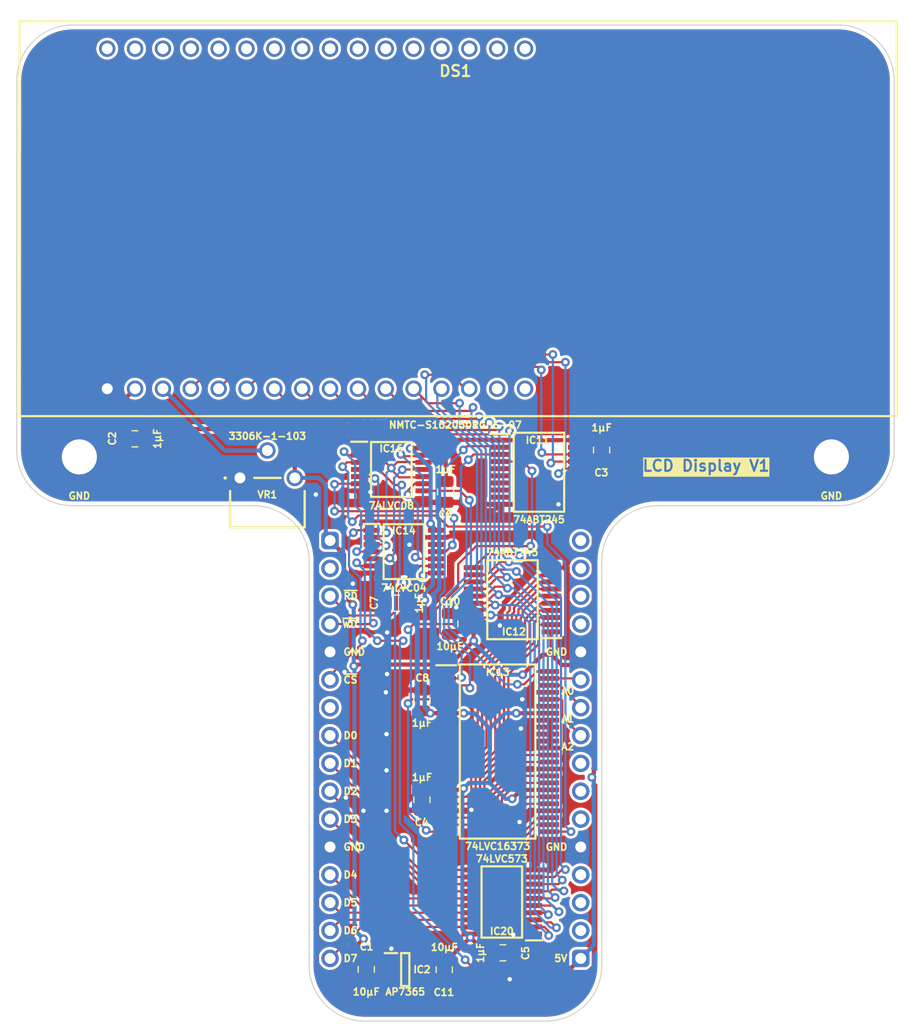
<source format=kicad_pcb>
(kicad_pcb (version 20221018) (generator pcbnew)
  (layers (0 "F.Cu" signal) (31 "B.Cu" signal) (34 "B.Paste" user) (35 "F.Paste" user) (36 "B.SilkS" user "B.Silkscreen") (37 "F.SilkS" user "F.Silkscreen") (38 "B.Mask" user) (39 "F.Mask" user) (44 "Edge.Cuts" user))
  (net 0 "")
  (net 1 "/5V")
  (net 2 "/GND")
  (net 3 "/3.3V")
  (net 4 "/V_{0}")
  (net 5 "/RS")
  (net 6 "/R~{W}")
  (net 7 "/E")
  (net 8 "/DB0")
  (net 9 "/DB1")
  (net 10 "/DB2")
  (net 11 "/DB3")
  (net 12 "/DB4")
  (net 13 "/DB5")
  (net 14 "/DB6")
  (net 15 "/DB7")
  (net 17 "/E_{Latch}")
  (net 18 "/RS_{Latch}")
  (net 19 "/R~{W}_{Latch}")
  (net 20 "/D7_{Latch}")
  (net 21 "/D6_{Latch}")
  (net 22 "/D5_{Latch}")
  (net 23 "/D4_{Latch}")
  (net 24 "/D3_{Latch}")
  (net 25 "/D2_{Latch}")
  (net 26 "/D1_{Latch}")
  (net 27 "/D0_{Latch}")
  (net 28 "/WD·CS")
  (net 29 "/D7")
  (net 30 "/D6")
  (net 31 "/D5")
  (net 32 "/D4")
  (net 33 "/D3")
  (net 34 "/D2")
  (net 35 "/D1")
  (net 36 "/D0")
  (net 37 "/A2")
  (net 38 "/A1")
  (net 39 "/A0")
  (net 40 "/(RD+WD)·CS")
  (net 41 "/Device ~{CS}")
  (net 42 "/CS")
  (net 43 "/~{WD}")
  (net 44 "/WD")
  (net 45 "/RD·CS")
  (net 46 "/~{RD}+~{CS}")
  (net 47 "/RD")
  (net 48 "/~{RD}")
  (net 49 "/RD+WD")
  (net 50 "/~{RD}·~{WD}")
  (footprint "SamacSys_Parts:SOP65P640X110-14N" (layer "F.Cu") (at 152.908 92.583)
    (fp_text reference "IC16")
    (fp_text value "74LVC08APW,112" hide)
  )
  (footprint "HCP65_Parts:HCP65_MountingHole_M3_" (layer "F.Cu") (at 124.46 91.44)
    (fp_text reference "H1" hide)
    (fp_text value "MountingHole_Pad")
  )
  (footprint "SamacSys_Parts:C_0805" (layer "F.Cu") (at 163.068 136.652 -90)
    (fp_text reference "C5")
    (fp_text value "1μF")
  )
  (footprint "SamacSys_Parts:C_0805" (layer "F.Cu") (at 172.085 90.805 180)
    (fp_text reference "C3")
    (fp_text value "1μF")
  )
  (footprint "SamacSys_Parts:SOP65P780X200-20N" (layer "F.Cu") (at 166.37 92.837)
    (fp_text reference "IC11")
    (fp_text value "SN74ABT245BDBR" hide)
  )
  (footprint "SamacSys_Parts:C_0805" (layer "F.Cu") (at 155.702 113.665)
    (fp_text reference "C8")
    (fp_text value "1μF")
  )
  (footprint "SamacSys_Parts:SOT95P285X130-5N" (layer "F.Cu") (at 154.178 138.176)
    (fp_text reference "IC2")
    (fp_text value "AP7365-33WG-7" hide)
  )
  (footprint "SamacSys_Parts:NMTCS16205DRGHS07_1" (layer "F.Cu") (at 127 85.223)
    (fp_text reference "DS1")
    (fp_text value "NMTC-S16205DRGHS-07")
  )
  (footprint "HCP65_Parts:HCP65_MountingHole_M3_" (layer "F.Cu") (at 193.04 91.44)
    (fp_text reference "H2" hide)
    (fp_text value "MountingHole_Pad")
  )
  (footprint "SamacSys_Parts:SOP65P640X110-14N" (layer "F.Cu") (at 154.051 100.076)
    (fp_text reference "IC14")
    (fp_text value "74LVC04APW,118" hide)
  )
  (footprint "SamacSys_Parts:C_0805" (layer "F.Cu") (at 129.54 89.789 90)
    (fp_text reference "C2")
    (fp_text value "1μF")
  )
  (footprint "SamacSys_Parts:C_0805" (layer "F.Cu") (at 157.861 94.615 180)
    (fp_text reference "C6")
    (fp_text value "1μF")
  )
  (footprint "SamacSys_Parts:SOP65P780X200-20N" (layer "F.Cu") (at 163.957 104.457999 180)
    (fp_text reference "IC12")
    (fp_text value "SN74ABT245BDBR" hide)
  )
  (footprint "SamacSys_Parts:C_0805" (layer "F.Cu") (at 155.702 122.682 180)
    (fp_text reference "C4")
    (fp_text value "1μF")
  )
  (footprint "SamacSys_Parts:C_0805" (layer "F.Cu") (at 150.622 138.176)
    (fp_text reference "C1")
    (fp_text value "10μF")
  )
  (footprint "SamacSys_Parts:SOP65P640X110-20N" (layer "F.Cu") (at 162.983501 132.016999 180)
    (fp_text reference "IC20")
    (fp_text value "74LVC573APW,118" hide)
  )
  (footprint "SamacSys_Parts:3306K1103" (layer "F.Cu") (at 139.105 93.355)
    (fp_text reference "VR1")
    (fp_text value "3306K-1-103")
  )
  (footprint "SamacSys_Parts:C_0805" (layer "F.Cu") (at 153.416 104.775 90)
    (fp_text reference "C7")
    (fp_text value "1μF")
  )
  (footprint "SamacSys_Parts:C_0805" (layer "F.Cu") (at 158.242 106.68)
    (fp_text reference "C10")
    (fp_text value "10μF")
  )
  (footprint "SamacSys_Parts:SOP64P1025X280-48N" (layer "F.Cu") (at 162.602501 118.300999)
    (fp_text reference "IC13")
    (fp_text value "74LVC16373ADL,118" hide)
  )
  (footprint "SamacSys_Parts:C_0805" (layer "F.Cu") (at 157.734 138.176 180)
    (fp_text reference "C11")
    (fp_text value "10μF")
  )
  (footprint "SamacSys_Parts:DIP-32_Board_W22.86mm_Nak" (layer "F.Cu") (at 147.32 99.06)
    (fp_text reference "J1" hide)
    (fp_text value "Conn_02x16_Counter_Clockwise" hide)
  )
  (footprint "SamacSys_Parts:PinHeader_1x16_P2.54mm_Vertical" (layer "B.Cu") (at 170.18 99.06 180)
    (fp_text reference "J3" hide)
    (fp_text value "Pin_Header_01x16")
  )
  (footprint "SamacSys_Parts:PinHeader_1x16_P2.54mm_Vertical" (layer "B.Cu") (at 147.32 99.06 180)
    (fp_text reference "J2" hide)
    (fp_text value "Pin_Header_01x16")
  )
  (gr_arc (start 172.096971 137.794599) (mid 170.609073 141.386701) (end 167.016971 142.874599) (stroke (width 0.1)) (layer "Edge.Cuts"))
  (gr_arc (start 118.756971 57.149599) (mid 120.244869 53.557497) (end 123.836971 52.069599) (stroke (width 0.1)) (layer "Edge.Cuts"))
  (gr_arc (start 193.686971 52.069599) (mid 197.279073 53.557497) (end 198.766971 57.149599) (stroke (width 0.1)) (layer "Edge.Cuts"))
  (gr_arc (start 198.766971 90.805) (mid 197.279079 94.397108) (end 193.686971 95.885) (stroke (width 0.1)) (layer "Edge.Cuts"))
  (gr_line (start 123.825 95.885401) (end 140.340985 95.885802) (stroke (width 0.1)) (layer "Edge.Cuts"))
  (gr_line (start 177.176971 95.885) (end 193.686971 95.885) (stroke (width 0.1)) (layer "Edge.Cuts"))
  (gr_arc (start 140.340985 95.885802) (mid 143.933107 97.373689) (end 145.420985 100.965802) (stroke (width 0.1)) (layer "Edge.Cuts"))
  (gr_arc (start 150.495 142.875) (mid 146.902917 141.387092) (end 145.415 137.795) (stroke (width 0.1)) (layer "Edge.Cuts"))
  (gr_arc (start 172.096999 100.965) (mid 173.584887 97.372908) (end 177.176971 95.885) (stroke (width 0.1)) (layer "Edge.Cuts"))
  (gr_line (start 167.016971 142.874599) (end 150.495 142.875) (stroke (width 0.1)) (layer "Edge.Cuts"))
  (gr_line (start 172.096971 137.794599) (end 172.096971 100.965) (stroke (width 0.1)) (layer "Edge.Cuts"))
  (gr_line (start 193.68697 52.069599) (end 123.836971 52.069599) (stroke (width 0.1)) (layer "Edge.Cuts"))
  (gr_line (start 198.766971 57.149599) (end 198.766971 90.805) (stroke (width 0.1)) (layer "Edge.Cuts"))
  (gr_line (start 145.420985 100.965802) (end 145.415 137.795) (stroke (width 0.1)) (layer "Edge.Cuts"))
  (gr_line (start 118.756971 57.149599) (end 118.745 90.8054) (stroke (width 0.1)) (layer "Edge.Cuts"))
  (gr_arc (start 123.825 95.885401) (mid 120.232887 94.397522) (end 118.745 90.8054) (stroke (width 0.1)) (layer "Edge.Cuts"))
  (gr_text "A1" (at 169.672 115.316) (layer "F.SilkS") (effects (font (size 0.635 0.635) (thickness 0.15) bold) (justify right)))
  (gr_text "LCD Display V1" (at 181.61 92.837) (layer "F.SilkS" knockout) (effects (font (size 1 1) (thickness 0.2) bold) (justify bottom)))
  (gr_text "GND" (at 148.463 109.22) (layer "F.SilkS") (effects (font (size 0.635 0.635) (thickness 0.15) bold) (justify left)))
  (gr_text "D1" (at 148.463 119.38) (layer "F.SilkS") (effects (font (size 0.635 0.635) (thickness 0.15) bold) (justify left)))
  (gr_text "D7" (at 148.463 137.16) (layer "F.SilkS") (effects (font (size 0.635 0.635) (thickness 0.15) bold) (justify left)))
  (gr_text "GND" (at 148.463 127) (layer "F.SilkS") (effects (font (size 0.635 0.635) (thickness 0.15) bold) (justify left)))
  (gr_text "D3" (at 148.463 124.46) (layer "F.SilkS") (effects (font (size 0.635 0.635) (thickness 0.15) bold) (justify left)))
  (gr_text "A0" (at 169.672 112.776) (layer "F.SilkS") (effects (font (size 0.635 0.635) (thickness 0.15) bold) (justify right)))
  (gr_text "A2" (at 169.672 117.856) (layer "F.SilkS") (effects (font (size 0.635 0.635) (thickness 0.15) bold) (justify right)))
  (gr_text "D0" (at 148.463 116.84) (layer "F.SilkS") (effects (font (size 0.635 0.635) (thickness 0.15) bold) (justify left)))
  (gr_text "D6" (at 148.463 134.62) (layer "F.SilkS") (effects (font (size 0.635 0.635) (thickness 0.15) bold) (justify left)))
  (gr_text "GND" (at 169.037 127) (layer "F.SilkS") (effects (font (size 0.635 0.635) (thickness 0.15) bold) (justify right)))
  (gr_text "~{RD}" (at 148.463 104.14) (layer "F.SilkS") (effects (font (size 0.635 0.635) (thickness 0.15) bold) (justify left)))
  (gr_text "D5" (at 148.463 132.08) (layer "F.SilkS") (effects (font (size 0.635 0.635) (thickness 0.15) bold) (justify left)))
  (gr_text "D4" (at 148.463 129.54) (layer "F.SilkS") (effects (font (size 0.635 0.635) (thickness 0.15) bold) (justify left)))
  (gr_text "D2" (at 148.463 121.92) (layer "F.SilkS") (effects (font (size 0.635 0.635) (thickness 0.15) bold) (justify left)))
  (gr_text "~{CS}" (at 148.463 111.76) (layer "F.SilkS") (effects (font (size 0.635 0.635) (thickness 0.15) bold) (justify left)))
  (gr_text "~{WD}" (at 148.336 106.68) (layer "F.SilkS") (effects (font (size 0.635 0.635) (thickness 0.15) bold) (justify left)))
  (gr_text "GND" (at 169.037 109.22) (layer "F.SilkS") (effects (font (size 0.635 0.635) (thickness 0.15) bold) (justify right)))
  (gr_text "5V" (at 169.037 137.16) (layer "F.SilkS") (effects (font (size 0.635 0.635) (thickness 0.15) bold) (justify right)))
  (segment (start 160.407 107.382999) (end 158.473001 107.382999) (width 0.38) (layer "F.Cu") (net 1))
  (segment (start 168.449 110.41) (end 170.608 110.41) (width 0.38) (layer "F.Cu") (net 1))
  (segment (start 148.59 104.096998) (end 149.395 104.901998) (width 0.38) (layer "F.Cu") (net 1))
  (segment (start 128.442 86.321) (end 129.54 85.223) (width 0.38) (layer "F.Cu") (net 1))
  (segment (start 167.507 109.468) (end 167.507 107.382999) (width 0.38) (layer "F.Cu") (net 1))
  (segment (start 170.608 110.41) (end 171.37 111.172) (width 0.38) (layer "F.Cu") (net 1))
  (segment (start 170.18 137.16) (end 167.308 140.032) (width 0.38) (layer "F.Cu") (net 1))
  (segment (start 149.507 137.995) (end 150.622 139.11) (width 0.38) (layer "F.Cu") (net 1))
  (segment (start 152.878 137.226) (end 153.712756 137.226) (width 0.38) (layer "F.Cu") (net 1))
  (segment (start 145.644503 89.877) (end 162.777 89.877) (width 0.38) (layer "F.Cu") (net 1))
  (segment (start 149.507 136.242996) (end 149.507 137.995) (width 0.38) (layer "F.Cu") (net 1))
  (segment (start 158.25678 110.369223) (end 149.628674 110.369223) (width 0.38) (layer "F.Cu") (net 1))
  (segment (start 172.085 89.871) (end 169.961 89.871) (width 0.38) (layer "F.Cu") (net 1))
  (segment (start 131.363 88.9) (end 130.474 89.789) (width 0.38) (layer "F.Cu") (net 1))
  (segment (start 144.105 91.416503) (end 141.588497 88.9) (width 0.38) (layer "F.Cu") (net 1))
  (segment (start 160.407 108.188997) (end 160.422003 108.204) (width 0.38) (layer "F.Cu") (net 1))
  (segment (start 153.843 137.356244) (end 153.843 139.116) (width 0.38) (layer "F.Cu") (net 1))
  (segment (start 166.711507 109.468) (end 164.883 111.296507) (width 0.38) (layer "F.Cu") (net 1))
  (segment (start 149.628674 110.369223) (end 149.489149 110.508748) (width 0.38) (layer "F.Cu") (net 1))
  (segment (start 171.37 120.476) (end 171.196 120.65) (width 0.38) (layer "F.Cu") (net 1))
  (segment (start 128.442 87.757) (end 128.442 86.321) (width 0.38) (layer "F.Cu") (net 1))
  (segment (start 151.544 140.032) (end 150.622 139.11) (width 0.38) (layer "F.Cu") (net 1))
  (segment (start 169.92 89.912) (end 169.92 90.562) (width 0.38) (layer "F.Cu") (net 1))
  (segment (start 167.507 109.468) (end 168.449 110.41) (width 0.38) (layer "F.Cu") (net 1))
  (segment (start 144.105 93.355) (end 144.105 91.416503) (width 0.38) (layer "F.Cu") (net 1))
  (segment (start 153.833 139.126) (end 152.878 139.126) (width 0.38) (layer "F.Cu") (net 1))
  (segment (start 171.37 111.172) (end 171.37 120.476) (width 0.38) (layer "F.Cu") (net 1))
  (segment (start 153.712756 137.226) (end 153.843 137.356244) (width 0.38) (layer "F.Cu") (net 1))
  (segment (start 147.32 99.06) (end 148.59 100.33) (width 0.38) (layer "F.Cu") (net 1))
  (segment (start 150.367996 135.382) (end 149.507 136.242996) (width 0.38) (layer "F.Cu") (net 1))
  (segment (start 167.507 109.468) (end 166.711507 109.468) (width 0.38) (layer "F.Cu") (net 1))
  (segment (start 144.105 91.416503) (end 145.644503 89.877) (width 0.38) (layer "F.Cu") (net 1))
  (segment (start 152.878 139.126) (end 150.638 139.126) (width 0.38) (layer "F.Cu") (net 1))
  (segment (start 162.82 89.912) (end 169.92 89.912) (width 0.38) (layer "F.Cu") (net 1))
  (segment (start 141.588497 88.9) (end 131.363 88.9) (width 0.38) (layer "F.Cu") (net 1))
  (segment (start 148.59 100.33) (end 148.59 104.096998) (width 0.38) (layer "F.Cu") (net 1))
  (segment (start 160.407 107.382999) (end 160.407 108.188997) (width 0.38) (layer "F.Cu") (net 1))
  (segment (start 167.308 140.032) (end 151.544 140.032) (width 0.38) (layer "F.Cu") (net 1))
  (segment (start 160.422003 108.204) (end 158.25678 110.369223) (width 0.38) (layer "F.Cu") (net 1))
  (segment (start 169.961 89.871) (end 169.92 89.912) (width 0.38) (layer "F.Cu") (net 1))
  (segment (start 130.474 89.789) (end 128.442 87.757) (width 0.38) (layer "F.Cu") (net 1))
  (segment (start 153.843 139.116) (end 153.833 139.126) (width 0.38) (layer "F.Cu") (net 1))
  (via (at 150.367996 135.382) (size 0.8) (drill 0.4) (layers "F.Cu" "B.Cu") (net 1))
  (via (at 171.196 120.65) (size 0.8) (drill 0.4) (layers "F.Cu" "B.Cu") (net 1))
  (via (at 160.422003 108.204) (size 0.8) (drill 0.4) (layers "F.Cu" "B.Cu") (net 1))
  (via (at 149.395 104.901998) (size 0.8) (drill 0.4) (layers "F.Cu" "B.Cu") (net 1))
  (via (at 164.883 111.296507) (size 0.8) (drill 0.4) (layers "F.Cu" "B.Cu") (net 1))
  (via (at 149.489149 110.508748) (size 0.8) (drill 0.4) (layers "F.Cu" "B.Cu") (net 1))
  (segment (start 171.37 135.97) (end 170.18 137.16) (width 0.38) (layer "B.Cu") (net 1))
  (segment (start 149.547575 110.567174) (end 149.489149 110.508748) (width 0.38) (layer "B.Cu") (net 1))
  (segment (start 171.196 120.65) (end 171.37 120.824) (width 0.38) (layer "B.Cu") (net 1))
  (segment (start 160.422003 108.204) (end 160.422003 108.352003) (width 0.38) (layer "B.Cu") (net 1))
  (segment (start 149.479 104.985998) (end 149.479 110.498599) (width 0.38) (layer "B.Cu") (net 1))
  (segment (start 149.395 104.901998) (end 149.479 104.985998) (width 0.38) (layer "B.Cu") (net 1))
  (segment (start 146.939 93.98) (end 146.304 93.345) (width 0.38) (layer "B.Cu") (net 1))
  (segment (start 146.294 93.355) (end 144.105 93.355) (width 0.38) (layer "B.Cu") (net 1))
  (segment (start 149.479 110.498599) (end 149.489149 110.508748) (width 0.38) (layer "B.Cu") (net 1))
  (segment (start 163.366507 111.296507) (end 164.883 111.296507) (width 0.38) (layer "B.Cu") (net 1))
  (segment (start 150.367996 135.382) (end 149.547575 134.561579) (width 0.38) (layer "B.Cu") (net 1))
  (segment (start 149.547575 134.561579) (end 149.547575 110.567174) (width 0.38) (layer "B.Cu") (net 1))
  (segment (start 146.304 93.345) (end 146.294 93.355) (width 0.38) (layer "B.Cu") (net 1))
  (segment (start 171.37 120.824) (end 171.37 135.97) (width 0.38) (layer "B.Cu") (net 1))
  (segment (start 160.422003 108.352003) (end 163.366507 111.296507) (width 0.38) (layer "B.Cu") (net 1))
  (segment (start 146.939 98.679) (end 146.939 93.98) (width 0.38) (layer "B.Cu") (net 1))
  (segment (start 137.19 91.44) (end 139.105 93.355) (width 0.38) (layer "F.Cu") (net 2))
  (segment (start 172.085 91.771) (end 172.085 94.869) (width 0.38) (layer "F.Cu") (net 2))
  (segment (start 168.99 101.553) (end 168.969999 101.532999) (width 0.38) (layer "F.Cu") (net 2))
  (segment (start 126.623 87.676) (end 126.623 85.6) (width 0.38) (layer "F.Cu") (net 2))
  (segment (start 147.32 109.22) (end 146.13 110.41) (width 0.38) (layer "F.Cu") (net 2))
  (segment (start 155.752 95.581) (end 157.861 95.581) (width 0.38) (layer "F.Cu") (net 2))
  (segment (start 169.92 95.112) (end 169.92 94.462) (width 0.38) (layer "F.Cu") (net 2))
  (segment (start 162.79998 105.64416) (end 162.79998 106.94802) (width 0.38) (layer "F.Cu") (net 2))
  (segment (start 167.302501 117.348999) (end 167.302501 116.712999) (width 0.38) (layer "F.Cu") (net 2))
  (segment (start 162.82 95.762) (end 168.148 95.762) (width 0.38) (layer "F.Cu") (net 2))
  (segment (start 149.97 94.533) (end 150.898904 94.533) (width 0.38) (layer "F.Cu") (net 2))
  (segment (start 152.908 136.271) (end 153.173 136.536) (width 0.38) (layer "F.Cu") (net 2))
  (segment (start 171.42 123.946375) (end 171.42 125.76) (width 0.38) (layer "F.Cu") (net 2))
  (segment (start 152.643 136.536) (end 152.908 136.271) (width 0.38) (layer "F.Cu") (net 2))
  (segment (start 171.37 108.03) (end 171.37 98.472) (width 0.38) (layer "F.Cu") (net 2))
  (segment (start 152.527 102.027771) (end 152.527 103.378) (width 0.38) (layer "F.Cu") (net 2))
  (segment (start 146.13 128.19) (end 147.32 127) (width 0.38) (layer "F.Cu") (net 2))
  (segment (start 153.173 136.536) (end 153.843 136.536) (width 0.38) (layer "F.Cu") (net 2))
  (segment (start 155.73 105.89) (end 158.369 103.251) (width 0.38) (layer "F.Cu") (net 2))
  (segment (start 165.921501 128.845499) (end 165.921501 129.091999) (width 0.38) (layer "F.Cu") (net 2))
  (segment (start 150.366 102.026) (end 149.395 102.997) (width 0.38) (layer "F.Cu") (net 2))
  (segment (start 169.92 95.762) (end 169.92 95.112) (width 0.38) (layer "F.Cu") (net 2))
  (segment (start 169.92 93.812) (end 169.92 93.162) (width 0.38) (layer "F.Cu") (net 2))
  (segment (start 167.302501 116.078999) (end 167.302501 115.442999) (width 0.38) (layer "F.Cu") (net 2))
  (segment (start 148.64048 111.04848) (end 150.495 112.903) (width 0.38) (layer "F.Cu") (net 2))
  (segment (start 159.258 99.949) (end 159.258 98.684645) (width 0.38) (layer "F.Cu") (net 2))
  (segment (start 150.622 137.21) (end 151.296 136.536) (width 0.38) (layer "F.Cu") (net 2))
  (segment (start 128.574 89.789) (end 130.225 91.44) (width 0.38) (layer "F.Cu") (net 2))
  (segment (start 158.140771 98.684645) (end 159.258 98.684645) (width 0.38) (layer "F.Cu") (net 2))
  (segment (start 170.18 109.22) (end 168.99 108.03) (width 0.38) (layer "F.Cu") (net 2))
  (segment (start 172.085 94.869) (end 171.192 95.762) (width 0.38) (layer "F.Cu") (net 2))
  (segment (start 151.588 138.176) (end 152.878 138.176) (width 0.38) (layer "F.Cu") (net 2))
  (segment (start 146.13 138.778779) (end 146.13 128.19) (width 0.38) (layer "F.Cu") (net 2))
  (segment (start 168.94 119.888) (end 168.94 123.0985) (width 0.38) (layer "F.Cu") (net 2))
  (segment (start 149.166574 122.496574) (end 150.368 123.698) (width 0.38) (layer "F.Cu") (net 2))
  (segment (start 163.626 139.142) (end 163.703 139.065) (width 0.38) (layer "F.Cu") (net 2))
  (segment (start 154.559 99.995771) (end 152.527 102.027771) (width 0.38) (layer "F.Cu") (net 2))
  (segment (start 169.926 97.028) (end 169.926 95.768) (width 0.38) (layer "F.Cu") (net 2))
  (segment (start 164.2868 103.1752) (end 164.2868 103.740139) (width 0.38) (layer "F.Cu") (net 2))
  (segment (start 155.448 95.885) (end 155.752 95.581) (width 0.38) (layer "F.Cu") (net 2))
  (segment (start 152.250904 95.885) (end 155.448 95.885) (width 0.38) (layer "F.Cu") (net 2))
  (segment (start 171.192 95.762) (end 169.92 95.762) (width 0.38) (layer "F.Cu") (net 2))
  (segment (start 154.634 137.916) (end 156.508 137.916) (width 0.38) (layer "F.Cu") (net 2))
  (segment (start 169.92 95.762) (end 168.148 95.762) (width 0.38) (layer "F.Cu") (net 2))
  (segment (start 164.794001 134.240999) (end 164.034 135.001) (width 0.38) (layer "F.Cu") (net 2))
  (segment (start 157.734 139.142) (end 163.626 139.142) (width 0.38) (layer "F.Cu") (net 2))
  (segment (start 157.902501 116.712999) (end 152.471468 116.712999) (width 0.38) (layer "F.Cu") (net 2))
  (segment (start 165.387501 113.537999) (end 166.022501 114.172999) (width 0.38) (layer "F.Cu") (net 2))
  (segment (start 168.969999 101.532999) (end 167.507 101.532999) (width 0.38) (layer "F.Cu") (net 2))
  (segment (start 169.0615 123.22) (end 170.693625 123.22) (width 0.38) (layer "F.Cu") (net 2))
  (segment (start 164.034 136.652) (end 164.034 135.001) (width 0.38) (layer "F.Cu") (net 2))
  (segment (start 158.049416 98.776) (end 158.140771 98.684645) (width 0.38) (layer "F.Cu") (net 2))
  (segment (start 152.410809 112.903) (end 153.67 112.903) (width 0.38) (layer "F.Cu") (net 2))
  (segment (start 154.078994 105.89) (end 155.73 105.89) (width 0.38) (layer "F.Cu") (net 2))
  (segment (start 158.990744 95.581) (end 157.861 95.581) (width 0.38) (layer "F.Cu") (net 2))
  (segment (start 152.45 104.775) (end 152.45 103.455) (width 0.38) (layer "F.Cu") (net 2))
  (segment (start 151.008 94.642096) (end 152.250904 95.885) (width 0.38) (layer "F.Cu") (net 2))
  (segment (start 163.165039 104.8619) (end 163.165039 105.279101) (width 0.38) (layer "F.Cu") (net 2))
  (segment (start 166.496999 117.982999) (end 164.719 116.205) (width 0.38) (layer "F.Cu") (net 2))
  (segment (start 150.622 137.21) (end 151.588 138.176) (width 0.38) (layer "F.Cu") (net 2))
  (segment (start 151.113 102.026) (end 150.366 102.026) (width 0.38) (layer "F.Cu") (net 2))
  (segment (start 167.302501 123.698999) (end 165.627723 123.698999) (width 0.38) (layer "F.Cu") (net 2))
  (segment (start 153.67 112.903) (end 153.874 112.699) (width 0.38) (layer "F.Cu") (net 2))
  (segment (start 165.929001 101.532999) (end 167.507 101.532999) (width 0.38) (layer "F.Cu") (net 2))
  (segment (start 152.754231 110.998999) (end 152.514115 111.239115) (width 0.38) (layer "F.Cu") (net 2))
  (segment (start 166.022501 114.172999) (end 167.302501 114.172999) (width 0.38) (layer "F.Cu") (net 2))
  (segment (start 153.874 112.699) (end 155.702 112.699) (width 0.38) (layer "F.Cu") (net 2))
  (segment (start 168.582501 117.982999) (end 168.94 118.340498) (width 0.38) (layer "F.Cu") (net 2))
  (segment (start 162.285905 96.296095) (end 159.705839 96.296095) (width 0.38) (layer "F.Cu") (net 2))
  (segment (start 170.18 109.22) (end 171.37 108.03) (width 0.38) (layer "F.Cu") (net 2))
  (segment (start 170.693625 123.22) (end 171.42 123.946375) (width 0.38) (layer "F.Cu") (net 2))
  (segment (start 128.655 89.708) (end 126.623 87.676) (width 0.38) (layer "F.Cu") (net 2))
  (segment (start 152.45 103.455) (end 152.527 103.378) (width 0.38) (layer "F.Cu") (net 2))
  (segment (start 151.113 102.026) (end 151.113 103.869) (width 0.38) (layer "F.Cu") (net 2))
  (segment (start 171.37 128.19) (end 171.37 137.887229) (width 0.38) (layer "F.Cu") (net 2))
  (segment (start 154.559 99.441) (end 154.559 99.995771) (width 0.38) (layer "F.Cu") (net 2))
  (segment (start 167.767 127) (end 165.921501 128.845499) (width 0.38) (layer "F.Cu") (net 2))
  (segment (start 156.989 98.776) (end 155.224 98.776) (width 0.38) (layer "F.Cu") (net 2))
  (segment (start 155.905999 112.902999) (end 157.902501 112.902999) (width 0.38) (layer "F.Cu") (net 2))
  (segment (start 168.404229 140.853) (end 148.204221 140.853) (width 0.38) (layer "F.Cu") (net 2))
  (segment (start 149.97 94.533) (end 148.799 94.533) (width 0.38) (layer "F.Cu") (net 2))
  (segment (start 146.13 110.41) (end 146.13 125.81) (width 0.38) (layer "F.Cu") (net 2))
  (segment (start 169.92 94.462) (end 169.92 93.812) (width 0.38) (layer "F.Cu") (net 2))
  (segment (start 168.94 123.0985) (end 169.0615 123.22) (width 0.38) (layer "F.Cu") (net 2))
  (segment (start 170.18 127) (end 167.767 127) (width 0.38) (layer "F.Cu") (net 2))
  (segment (start 167.302501 123.698999) (end 168.582501 123.698999) (width 0.38) (layer "F.Cu") (net 2))
  (segment (start 157.902501 123.698999) (end 155.752999 123.698999) (width 0.38) (layer "F.Cu") (net 2))
  (segment (start 164.804001 129.091999) (end 164.794001 129.101999) (width 0.38) (layer "F.Cu") (net 2))
  (segment (start 167.302501 112.902999) (end 166.022501 112.902999) (width 0.38) (layer "F.Cu") (net 2))
  (segment (start 157.902501 123.698999) (end 160.125025 123.698999) (width 0.38) (layer "F.Cu") (net 2))
  (segment (start 165.627723 123.698999) (end 164.602361 124.724361) (width 0.38) (layer "F.Cu") (net 2))
  (segment (start 168.939001 119.888999) (end 167.302501 119.888999) (width 0.38) (layer "F.Cu") (net 2))
  (segment (start 166.022501 112.902999) (end 165.387501 113.537999) (width 0.38) (layer "F.Cu") (net 2))
  (segment (start 165.921501 129.091999) (end 164.804001 129.091999) (width 0.38) (layer "F.Cu") (net 2))
  (segment (start 153.843 136.536) (end 154.513 137.206) (width 0.38) (layer "F.Cu") (net 2))
  (segment (start 151.113 103.869) (end 152.019 104.775) (width 0.38) (layer "F.Cu") (net 2))
  (segment (start 156.989 98.776) (end 158.049416 98.776) (width 0.38) (layer "F.Cu") (net 2))
  (segment (start 168.99 108.03) (end 168.99 101.553) (width 0.38) (layer "F.Cu") (net 2))
  (segment (start 166.375645 98.684645) (end 167.507 99.816) (width 0.38) (layer "F.Cu") (net 2))
  (segment (start 159.705839 96.296095) (end 158.990744 95.581) (width 0.38) (layer "F.Cu") (net 2))
  (segment (start 157.902501 119.888999) (end 152.597001 119.888999) (width 0.38) (layer "F.Cu") (net 2))
  (segment (start 171.42 125.76) (end 170.18 127) (width 0.38) (layer "F.Cu") (net 2))
  (segment (start 165.3875 113.538) (end 164.846 113.538) (width 0.38) (layer "F.Cu") (net 2))
  (segment (start 152.471468 116.712999) (end 152.471 116.712531) (width 0.38) (layer "F.Cu") (net 2))
  (segment (start 162.79998 106.94802) (end 158.749001 110.998999) (width 0.38) (layer "F.Cu") (net 2))
  (segment (start 168.94 119.888) (end 168.939001 119.888999) (width 0.38) (layer "F.Cu") (net 2))
  (segment (start 152.471999 123.698999) (end 152.471 123.698) (width 0.38) (layer "F.Cu") (net 2))
  (segment (start 171.37 98.472) (end 169.926 97.028) (width 0.38) (layer "F.Cu") (net 2))
  (segment (start 164.794001 129.101999) (end 164.794001 134.240999) (width 0.38) (layer "F.Cu") (net 2))
  (segment (start 168.582501 123.698999) (end 169.0615 123.22) (width 0.38) (layer "F.Cu") (net 2))
  (segment (start 157.902501 110.998999) (end 152.754231 110.998999) (width 0.38) (layer "F.Cu") (net 2))
  (segment (start 148.799 94.533) (end 148.463 94.869) (width 0.38) (layer "F.Cu") (net 2))
  (segment (start 163.165039 105.279101) (end 162.79998 105.64416) (width 0.38) (layer "F.Cu") (net 2))
  (segment (start 171.37 137.887229) (end 168.404229 140.853) (width 0.38) (layer "F.Cu") (net 2))
  (segment (start 140.619 94.869) (end 146.016977 94.869) (width 0.38) (layer "F.Cu") (net 2))
  (segment (start 158.749001 110.998999) (end 157.902501 110.998999) (width 0.38) (layer "F.Cu") (net 2))
  (segment (start 165.387501 113.537999) (end 165.3875 113.538) (width 0.38) (layer "F.Cu") (net 2))
  (segment (start 168.94 118.340498) (end 168.94 119.888) (width 0.38) (layer "F.Cu") (net 2))
  (segment (start 158.369 100.838) (end 159.258 99.949) (width 0.38) (layer "F.Cu") (net 2))
  (segment (start 167.507 99.816) (end 167.507 101.532999) (width 0.38) (layer "F.Cu") (net 2))
  (segment (start 155.224 98.776) (end 154.559 99.441) (width 0.38) (layer "F.Cu") (net 2))
  (segment (start 152.019 104.775) (end 152.45 104.775) (width 0.38) (layer "F.Cu") (net 2))
  (segment (start 146.13 125.81) (end 147.32 127) (width 0.38) (layer "F.Cu") (net 2))
  (segment (start 167.302501 117.982999) (end 167.302501 117.348999) (width 0.38) (layer "F.Cu") (net 2))
  (segment (start 167.302501 116.712999) (end 167.302501 116.078999) (width 0.38) (layer "F.Cu") (net 2))
  (segment (start 160.125025 123.698999) (end 160.209 123.615024) (width 0.38) (layer "F.Cu") (net 2))
  (segment (start 156.508 137.916) (end 157.734 139.142) (width 0.38) (layer "F.Cu") (net 2))
  (segment (start 152.597001 119.888999) (end 152.471 120.015) (width 0.38) (layer "F.Cu") (net 2))
  (segment (start 152.526994 107.442) (end 154.078994 105.89) (width 0.38) (layer "F.Cu") (net 2))
  (segment (start 162.82 95.762) (end 162.285905 96.296095) (width 0.38) (layer "F.Cu") (net 2))
  (segment (start 167.302501 117.982999) (end 168.582501 117.982999) (width 0.38) (layer "F.Cu") (net 2))
  (segment (start 165.929001 101.532999) (end 164.2868 103.1752) (width 0.38) (layer "F.Cu") (net 2))
  (segment (start 170.18 127) (end 171.37 128.19) (width 0.38) (layer "F.Cu") (net 2))
  (segment (start 158.727 105.156) (end 158.835 105.156) (width 0.38) (layer "F.Cu") (net 2))
  (segment (start 158.242 105.641) (end 158.727 105.156) (width 0.38) (layer "F.Cu") (net 2))
  (segment (start 158.369 103.251) (end 158.369 100.838) (width 0.38) (layer "F.Cu") (net 2))
  (segment (start 154.513 137.795) (end 154.634 137.916) (width 0.38) (layer "F.Cu") (net 2))
  (segment (start 150.898904 94.533) (end 151.008 94.642096) (width 0.38) (layer "F.Cu") (net 2))
  (segment (start 148.757575 122.496574) (end 149.166574 122.496574) (width 0.38) (layer "F.Cu") (net 2))
  (segment (start 151.296 136.536) (end 152.643 136.536) (width 0.38) (layer "F.Cu") (net 2))
  (segment (start 167.302501 117.982999) (end 166.496999 117.982999) (width 0.38) (layer "F.Cu") (net 2))
  (segment (start 148.204221 140.853) (end 146.13 138.778779) (width 0.38) (layer "F.Cu") (net 2))
  (segment (start 148.463 94.869) (end 146.016977 94.869) (width 0.38) (layer "F.Cu") (net 2))
  (segment (start 150.495 112.903) (end 152.410809 112.903) (width 0.38) (layer "F.Cu") (net 2))
  (segment (start 152.471 123.698) (end 155.652 123.698) (width 0.38) (layer "F.Cu") (net 2))
  (segment (start 154.513 137.206) (end 154.513 137.795) (width 0.38) (layer "F.Cu") (net 2))
  (segment (start 164.2868 103.740139) (end 163.165039 104.8619) (width 0.38) (layer "F.Cu") (net 2))
  (segment (start 159.258 98.684645) (end 166.375645 98.684645) (width 0.38) (layer "F.Cu") (net 2))
  (segment (start 130.225 91.44) (end 137.19 91.44) (width 0.38) (layer "F.Cu") (net 2))
  (segment (start 139.105 93.355) (end 140.619 94.869) (width 0.38) (layer "F.Cu") (net 2))
  (via (at 160.209 123.615024) (size 0.8) (drill 0.4) (layers "F.Cu" "B.Cu") (net 2))
  (via (at 151.008 94.642096) (size 0.8) (drill 0.4) (layers "F.Cu" "B.Cu") (net 2))
  (via (at 158.835 105.156) (size 0.8) (drill 0.4) (layers "F.Cu" "B.Cu") (net 2))
  (via (at 152.514115 111.239115) (size 0.8) (drill 0.4) (layers "F.Cu" "B.Cu") (net 2))
  (via (at 164.034 135.001) (size 0.8) (drill 0.4) (layers "F.Cu" "B.Cu") (net 2))
  (via (at 146.016977 94.869) (size 0.8) (drill 0.4) (layers "F.Cu" "B.Cu") (net 2))
  (via (at 162.79998 106.807) (size 0.8) (drill 0.4) (layers "F.Cu" "B.Cu") (net 2))
  (via (at 152.471 116.712531) (size 0.8) (drill 0.4) (layers "F.Cu" "B.Cu") (net 2))
  (via (at 164.846 113.538) (size 0.8) (drill 0.4) (layers "F.Cu" "B.Cu") (net 2))
  (via (at 168.148 95.762) (size 0.8) (drill 0.4) (layers "F.Cu" "B.Cu") (net 2))
  (via (at 148.757575 122.496574) (size 0.8) (drill 0.4) (layers "F.Cu" "B.Cu") (net 2))
  (via (at 152.526994 107.442) (size 0.8) (drill 0.4) (layers "F.Cu" "B.Cu") (net 2))
  (via (at 148.64048 111.04848) (size 0.8) (drill 0.4) (layers "F.Cu" "B.Cu") (net 2))
  (via (at 152.908 136.271) (size 0.8) (drill 0.4) (layers "F.Cu" "B.Cu") (net 2))
  (via (at 152.471 123.698) (size 0.8) (drill 0.4) (layers "F.Cu" "B.Cu") (net 2))
  (via (at 164.719 116.205) (size 0.8) (drill 0.4) (layers "F.Cu" "B.Cu") (net 2))
  (via (at 154.559 99.441) (size 0.8) (drill 0.4) (layers "F.Cu" "B.Cu") (net 2))
  (via (at 163.703 139.065) (size 0.8) (drill 0.4) (layers "F.Cu" "B.Cu") (net 2))
  (via (at 164.602361 124.724361) (size 0.8) (drill 0.4) (layers "F.Cu" "B.Cu") (net 2))
  (via (at 152.471 120.015) (size 0.8) (drill 0.4) (layers "F.Cu" "B.Cu") (net 2))
  (via (at 149.395 102.997) (size 0.8) (drill 0.4) (layers "F.Cu" "B.Cu") (net 2))
  (via (at 152.410809 112.903) (size 0.8) (drill 0.4) (layers "F.Cu" "B.Cu") (net 2))
  (via (at 152.527 103.378) (size 0.8) (drill 0.4) (layers "F.Cu" "B.Cu") (net 2))
  (via (at 150.368 123.698) (size 0.8) (drill 0.4) (layers "F.Cu" "B.Cu") (net 2))
  (segment (start 165.093 113.785) (end 165.093 115.831) (width 0.38) (layer "B.Cu") (net 2))
  (segment (start 148.757575 125.562425) (end 148.757575 122.496574) (width 0.38) (layer "B.Cu") (net 2))
  (segment (start 164.846 113.538) (end 165.093 113.785) (width 0.38) (layer "B.Cu") (net 2))
  (segment (start 146.13 94.982023) (end 146.016977 94.869) (width 0.38) (layer "B.Cu") (net 2))
  (segment (start 164.719 122.097) (end 163.78 121.158) (width 0.38) (layer "B.Cu") (net 2))
  (segment (start 156.845 110.871) (end 156.845 103.886) (width 0.38) (layer "B.Cu") (net 2))
  (segment (start 157.607 133.858) (end 157.607 111.633) (width 0.38) (layer "B.Cu") (net 2))
  (segment (start 152.514115 107.454879) (end 152.526994 107.442) (width 0.38) (layer "B.Cu") (net 2))
  (segment (start 152.654 136.017) (end 152.908 136.271) (width 0.38) (layer "B.Cu") (net 2))
  (segment (start 164.602361 124.724361) (end 163.449 123.571) (width 0.38) (layer "B.Cu") (net 2))
  (segment (start 146.685 102.95) (end 146.685 102.997) (width 0.38) (layer "B.Cu") (net 2))
  (segment (start 152.681 119.805) (end 152.681 116.922531) (width 0.38) (layer "B.Cu") (net 2))
  (segment (start 152.471 123.698) (end 150.368 123.698) (width 0.38) (layer "B.Cu") (net 2))
  (segment (start 149.348 102.95) (end 149.395 102.997) (width 0.38) (layer "B.Cu") (net 2))
  (segment (start 152.471 120.015) (end 152.681 119.805) (width 0.38) (layer "B.Cu") (net 2))
  (segment (start 157.278 103.453) (end 157.278 90.603) (width 0.38) (layer "B.Cu") (net 2))
  (segment (start 152.681 123.488) (end 152.681 120.225) (width 0.38) (layer "B.Cu") (net 2))
  (segment (start 163.703 139.065) (end 162.814 139.065) (width 0.38) (layer "B.Cu") (net 2))
  (segment (start 152.410809 111.342421) (end 152.410809 112.903) (width 0.38) (layer "B.Cu") (net 2))
  (segment (start 147.32 127) (end 148.757575 125.562425) (width 0.38) (layer "B.Cu") (net 2))
  (segment (start 152.527 107.441994) (end 152.527 103.378) (width 0.38) (layer "B.Cu") (net 2))
  (segment (start 162.79998 106.807) (end 160.486 106.807) (width 0.38) (layer "B.Cu") (net 2))
  (segment (start 162.814 139.065) (end 157.607 133.858) (width 0.38) (layer "B.Cu") (net 2))
  (segment (start 152.471 123.698) (end 152.681 123.488) (width 0.38) (layer "B.Cu") (net 2))
  (segment (start 156.845 103.886) (end 157.278 103.453) (width 0.38) (layer "B.Cu") (net 2))
  (segment (start 152.514115 111.239115) (end 152.410809 111.342421) (width 0.38) (layer "B.Cu") (net 2))
  (segment (start 146.685 102.95) (end 149.348 102.95) (width 0.38) (layer "B.Cu") (net 2))
  (segment (start 146.685 102.997) (end 146.13 103.552) (width 0.38) (layer "B.Cu") (net 2))
  (segment (start 146.638 102.95) (end 146.13 102.442) (width 0.38) (layer "B.Cu") (net 2))
  (segment (start 152.471 123.698) (end 152.654 123.881) (width 0.38) (layer "B.Cu") (net 2))
  (segment (start 152.514115 111.239115) (end 152.514115 107.454879) (width 0.38) (layer "B.Cu") (net 2))
  (segment (start 163.703 135.636) (end 164.034 135.305) (width 0.38) (layer "B.Cu") (net 2))
  (segment (start 164.602361 124.724361) (end 164.719 124.607722) (width 0.38) (layer "B.Cu") (net 2))
  (segment (start 152.4 112.913809) (end 152.410809 112.903) (width 0.38) (layer "B.Cu") (net 2))
  (segment (start 164.719 116.205) (end 163.78 116.205) (width 0.38) (layer "B.Cu") (net 2))
  (segment (start 164.034 135.305) (end 164.034 135.001) (width 0.38) (layer "B.Cu") (net 2))
  (segment (start 146.13 102.442) (end 146.13 94.982023) (width 0.38) (layer "B.Cu") (net 2))
  (segment (start 146.13 108.03) (end 147.32 109.22) (width 0.38) (layer "B.Cu") (net 2))
  (segment (start 150.622 94.256096) (end 151.008 94.642096) (width 0.38) (layer "B.Cu") (net 2))
  (segment (start 164.719 124.607722) (end 164.719 122.555) (width 0.38) (layer "B.Cu") (net 2))
  (segment (start 147.32 109.728) (end 148.64048 111.04848) (width 0.38) (layer "B.Cu") (net 2))
  (segment (start 152.654 123.881) (end 152.654 136.017) (width 0.38) (layer "B.Cu") (net 2))
  (segment (start 152.681 116.922531) (end 152.471 116.712531) (width 0.38) (layer "B.Cu") (net 2))
  (segment (start 151.638 89.027) (end 150.622 90.043) (width 0.38) (layer "B.Cu") (net 2))
  (segment (start 152.526994 107.442) (end 152.527 107.441994) (width 0.38) (layer "B.Cu") (net 2))
  (segment (start 165.093 115.831) (end 164.719 116.205) (width 0.38) (layer "B.Cu") (net 2))
  (segment (start 157.607 111.633) (end 156.845 110.871) (width 0.38) (layer "B.Cu") (net 2))
  (segment (start 150.622 90.043) (end 150.622 94.256096) (width 0.38) (layer "B.Cu") (net 2))
  (segment (start 164.719 122.555) (end 164.719 122.097) (width 0.38) (layer "B.Cu") (net 2))
  (segment (start 152.4 116.641531) (end 152.4 112.913809) (width 0.38) (layer "B.Cu") (net 2))
  (segment (start 163.703 139.065) (end 163.703 135.636) (width 0.38) (layer "B.Cu") (net 2))
  (segment (start 163.78 121.158) (end 163.78 116.205) (width 0.38) (layer "B.Cu") (net 2))
  (segment (start 163.449 123.571) (end 160.253024 123.571) (width 0.38) (layer "B.Cu") (net 2))
  (segment (start 157.278 90.603) (end 155.702 89.027) (width 0.38) (layer "B.Cu") (net 2))
  (segment (start 146.13 103.552) (end 146.13 108.03) (width 0.38) (layer "B.Cu") (net 2))
  (segment (start 146.685 102.95) (end 146.638 102.95) (width 0.38) (layer "B.Cu") (net 2))
  (segment (start 152.681 120.225) (end 152.471 120.015) (width 0.38) (layer "B.Cu") (net 2))
  (segment (start 152.471 116.712531) (end 152.4 116.641531) (width 0.38) (layer "B.Cu") (net 2))
  (segment (start 155.702 89.027) (end 151.638 89.027) (width 0.38) (layer "B.Cu") (net 2))
  (segment (start 160.486 106.807) (end 158.835 105.156) (width 0.38) (layer "B.Cu") (net 2))
  (segment (start 160.253024 123.571) (end 160.209 123.615024) (width 0.38) (layer "B.Cu") (net 2))
  (segment (start 160.045501 135.179272) (end 160.107 135.240771) (width 0.38) (layer "F.Cu") (net 3))
  (segment (start 155.702 114.599) (end 156.254001 114.599) (width 0.38) (layer "F.Cu") (net 3))
  (segment (start 161.518229 136.652) (end 160.107 135.240771) (width 0.38) (layer "F.Cu") (net 3))
  (segment (start 159.371002 121.792999) (end 159.498001 121.666) (width 0.38) (layer "F.Cu") (net 3))
  (segment (start 154.664495 90.633) (end 154.630495 90.667) (width 0.38) (layer "F.Cu") (net 3))
  (segment (start 164.303999 114.808999) (end 164.303 114.808) (width 0.38) (layer "F.Cu") (net 3))
  (segment (start 156.989 98.126) (end 156.488 97.625) (width 0.38) (layer "F.Cu") (net 3))
  (segment (start 155.846 90.633) (end 157.607 90.633) (width 0.38) (layer "F.Cu") (net 3))
  (segment (start 160.045501 134.941999) (end 160.045501 135.179272) (width 0.38) (layer "F.Cu") (net 3))
  (segment (start 164.744635 121.792999) (end 163.929 122.608634) (width 0.38) (layer "F.Cu") (net 3))
  (segment (start 167.302501 121.792999) (end 164.744635 121.792999) (width 0.38) (layer "F.Cu") (net 3))
  (segment (start 157.902501 121.792999) (end 159.371002 121.792999) (width 0.38) (layer "F.Cu") (net 3))
  (segment (start 159.512 114.808) (end 157.9035 114.808) (width 0.38) (layer "F.Cu") (net 3))
  (segment (start 156.464004 114.808999) (end 156.464002 114.809001) (width 0.38) (layer "F.Cu") (net 3))
  (segment (start 157.902501 114.808999) (end 156.464004 114.808999) (width 0.38) (layer "F.Cu") (net 3))
  (segment (start 156.254001 114.599) (end 156.464002 114.809001) (width 0.38) (layer "F.Cu") (net 3))
  (segment (start 157.902501 121.792999) (end 155.746999 121.792999) (width 0.38) (layer "F.Cu") (net 3))
  (segment (start 162.134 136.652) (end 161.518229 136.652) (width 0.38) (layer "F.Cu") (net 3))
  (segment (start 158.105771 137.242) (end 160.107 135.240771) (width 0.38) (layer "F.Cu") (net 3))
  (segment (start 157.607 90.633) (end 157.861 90.887) (width 0.38) (layer "F.Cu") (net 3))
  (segment (start 154.35 104.775) (end 155.677489 104.775) (width 0.38) (layer "F.Cu") (net 3))
  (segment (start 157.734 137.242) (end 155.494 137.242) (width 0.38) (layer "F.Cu") (net 3))
  (segment (start 156.488 97.625) (end 156.488 97.536002) (width 0.38) (layer "F.Cu") (net 3))
  (segment (start 155.677489 104.775) (end 155.959482 104.493007) (width 0.38) (layer "F.Cu") (net 3))
  (segment (start 167.302501 114.808999) (end 164.303999 114.808999) (width 0.38) (layer "F.Cu") (net 3))
  (segment (start 157.861 93.681) (end 157.861 90.887) (width 0.38) (layer "F.Cu") (net 3))
  (segment (start 155.846 90.633) (end 154.664495 90.633) (width 0.38) (layer "F.Cu") (net 3))
  (via (at 160.107 135.240771) (size 0.8) (drill 0.4) (layers "F.Cu" "B.Cu") (net 3))
  (via (at 164.303 114.808) (size 0.8) (drill 0.4) (layers "F.Cu" "B.Cu") (net 3))
  (via (at 156.464002 114.809001) (size 0.8) (drill 0.4) (layers "F.Cu" "B.Cu") (net 3))
  (via (at 154.630495 90.667) (size 0.8) (drill 0.4) (layers "F.Cu" "B.Cu") (net 3))
  (via (at 159.498001 121.666) (size 0.8) (drill 0.4) (layers "F.Cu" "B.Cu") (net 3))
  (via (at 155.959482 104.493007) (size 0.8) (drill 0.4) (layers "F.Cu" "B.Cu") (net 3))
  (via (at 156.488 97.536002) (size 0.8) (drill 0.4) (layers "F.Cu" "B.Cu") (net 3))
  (via (at 159.512 114.808) (size 0.8) (drill 0.4) (layers "F.Cu" "B.Cu") (net 3))
  (via (at 163.929 122.608634) (size 0.8) (drill 0.4) (layers "F.Cu" "B.Cu") (net 3))
  (segment (start 156.488 92.458012) (end 154.696988 90.667) (width 0.38) (layer "B.Cu") (net 3))
  (segment (start 164.303 114.808) (end 163.277 114.808) (width 0.38) (layer "B.Cu") (net 3))
  (segment (start 155.956 114.300999) (end 155.956 104.496489) (width 0.38) (layer "B.Cu") (net 3))
  (segment (start 154.696988 90.667) (end 154.630495 90.667) (width 0.38) (layer "B.Cu") (net 3))
  (segment (start 160.006001 121.158) (end 159.498001 121.666) (width 0.38) (layer "B.Cu") (net 3))
  (segment (start 155.956 104.496489) (end 155.959482 104.493007) (width 0.38) (layer "B.Cu") (net 3))
  (segment (start 161.88 116.205) (end 161.88 121.158) (width 0.38) (layer "B.Cu") (net 3))
  (segment (start 159.498001 121.666) (end 159.385 121.779001) (width 0.38) (layer "B.Cu") (net 3))
  (segment (start 159.512 114.808) (end 160.483 114.808) (width 0.38) (layer "B.Cu") (net 3))
  (segment (start 161.88 116.205) (end 160.483 114.808) (width 0.38) (layer "B.Cu") (net 3))
  (segment (start 155.959482 104.493007) (end 155.959482 103.824274) (width 0.38) (layer "B.Cu") (net 3))
  (segment (start 163.330634 122.608634) (end 161.88 121.158) (width 0.38) (layer "B.Cu") (net 3))
  (segment (start 156.698 97.746002) (end 156.488 97.536002) (width 0.38) (layer "B.Cu") (net 3))
  (segment (start 156.698 103.085756) (end 156.698 97.746002) (width 0.38) (layer "B.Cu") (net 3))
  (segment (start 163.929 122.608634) (end 163.330634 122.608634) (width 0.38) (layer "B.Cu") (net 3))
  (segment (start 161.88 121.158) (end 160.006001 121.158) (width 0.38) (layer "B.Cu") (net 3))
  (segment (start 156.464002 114.809001) (end 155.956 114.300999) (width 0.38) (layer "B.Cu") (net 3))
  (segment (start 159.385 134.518771) (end 160.107 135.240771) (width 0.38) (layer "B.Cu") (net 3))
  (segment (start 155.959482 103.824274) (end 156.698 103.085756) (width 0.38) (layer "B.Cu") (net 3))
  (segment (start 163.277 114.808) (end 161.88 116.205) (width 0.38) (layer "B.Cu") (net 3))
  (segment (start 159.385 121.779001) (end 159.385 134.518771) (width 0.38) (layer "B.Cu") (net 3))
  (segment (start 156.488 97.536002) (end 156.488 92.458012) (width 0.38) (layer "B.Cu") (net 3))
  (segment (start 137.712 90.855) (end 141.605 90.855) (width 0.38) (layer "B.Cu") (net 4))
  (segment (start 132.08 85.223) (end 137.712 90.855) (width 0.38) (layer "B.Cu") (net 4))
  (segment (start 134.62 85.223) (end 137.739 82.104) (width 0.2) (layer "F.Cu") (net 5))
  (segment (start 167.586405 91.862) (end 167.45248 91.995925) (width 0.2) (layer "F.Cu") (net 5))
  (segment (start 169.92 91.862) (end 167.586405 91.862) (width 0.2) (layer "F.Cu") (net 5))
  (segment (start 137.739 82.104) (end 167.64 82.104) (width 0.2) (layer "F.Cu") (net 5))
  (via (at 167.64 82.104) (size 0.8) (drill 0.4) (layers "F.Cu" "B.Cu") (net 5))
  (via (at 167.45248 91.995925) (size 0.8) (drill 0.4) (layers "F.Cu" "B.Cu") (net 5))
  (segment (start 167.64 91.808405) (end 167.64 82.104) (width 0.2) (layer "B.Cu") (net 5))
  (segment (start 167.45248 91.995925) (end 167.64 91.808405) (width 0.2) (layer "B.Cu") (net 5))
  (segment (start 169.92 92.512) (end 168.6 92.512) (width 0.2) (layer "F.Cu") (net 6))
  (segment (start 139.579 82.804) (end 137.16 85.223) (width 0.2) (layer "F.Cu") (net 6))
  (segment (start 168.783 82.804) (end 139.579 82.804) (width 0.2) (layer "F.Cu") (net 6))
  (segment (start 168.6 92.512) (end 168.148 92.964) (width 0.2) (layer "F.Cu") (net 6))
  (via (at 168.148 92.964) (size 0.8) (drill 0.4) (layers "F.Cu" "B.Cu") (net 6))
  (via (at 168.783 82.804) (size 0.8) (drill 0.4) (layers "F.Cu" "B.Cu") (net 6))
  (segment (start 168.783 92.329) (end 168.783 82.804) (width 0.2) (layer "B.Cu") (net 6))
  (segment (start 168.148 92.964) (end 168.783 92.329) (width 0.2) (layer "B.Cu") (net 6))
  (segment (start 169.92 91.212) (end 166.788409 91.212) (width 0.2) (layer "F.Cu") (net 7))
  (segment (start 166.788409 91.212) (end 166.629186 91.052777) (width 0.2) (layer "F.Cu") (net 7))
  (segment (start 141.6939 83.2291) (end 166.306325 83.2291) (width 0.2) (layer "F.Cu") (net 7))
  (segment (start 166.306325 83.2291) (end 166.581225 83.504) (width 0.2) (layer "F.Cu") (net 7))
  (segment (start 139.7 85.223) (end 141.6939 83.2291) (width 0.2) (layer "F.Cu") (net 7))
  (via (at 166.629186 91.052777) (size 0.8) (drill 0.4) (layers "F.Cu" "B.Cu") (net 7))
  (via (at 166.581225 83.504) (size 0.8) (drill 0.4) (layers "F.Cu" "B.Cu") (net 7))
  (segment (start 166.581225 83.504) (end 166.581225 91.004816) (width 0.2) (layer "B.Cu") (net 7))
  (segment (start 166.581225 91.004816) (end 166.629186 91.052777) (width 0.2) (layer "B.Cu") (net 7))
  (segment (start 160.407 101.532999) (end 161.633488 100.306511) (width 0.2) (layer "F.Cu") (net 8))
  (segment (start 167.780486 129.741999) (end 168.462485 129.06) (width 0.2) (layer "F.Cu") (net 8))
  (segment (start 151.590951 89.387) (end 163.363821 89.387) (width 0.2) (layer "F.Cu") (net 8))
  (segment (start 168.462485 129.06) (end 168.780974 129.06) (width 0.2) (layer "F.Cu") (net 8))
  (segment (start 145.09 88.073) (end 150.27695 88.073) (width 0.2) (layer "F.Cu") (net 8))
  (segment (start 150.27695 88.073) (end 151.590951 89.387) (width 0.2) (layer "F.Cu") (net 8))
  (segment (start 161.633488 100.306511) (end 164.440067 100.306511) (width 0.2) (layer "F.Cu") (net 8))
  (segment (start 142.24 85.223) (end 145.09 88.073) (width 0.2) (layer "F.Cu") (net 8))
  (segment (start 164.440067 100.306511) (end 164.590556 100.457) (width 0.2) (layer "F.Cu") (net 8))
  (segment (start 163.363821 89.387) (end 163.683436 89.067385) (width 0.2) (layer "F.Cu") (net 8))
  (segment (start 165.921501 129.741999) (end 167.780486 129.741999) (width 0.2) (layer "F.Cu") (net 8))
  (via (at 168.780974 129.06) (size 0.8) (drill 0.4) (layers "F.Cu" "B.Cu") (net 8))
  (via (at 164.590556 100.457) (size 0.8) (drill 0.4) (layers "F.Cu" "B.Cu") (net 8))
  (via (at 163.683436 89.067385) (size 0.8) (drill 0.4) (layers "F.Cu" "B.Cu") (net 8))
  (segment (start 163.683436 89.067385) (end 163.683436 99.54988) (width 0.2) (layer "B.Cu") (net 8))
  (segment (start 168.383 104.248016) (end 164.591984 100.457) (width 0.2) (layer "B.Cu") (net 8))
  (segment (start 164.591984 100.457) (end 164.590556 100.457) (width 0.2) (layer "B.Cu") (net 8))
  (segment (start 168.780974 129.06) (end 168.383 128.662026) (width 0.2) (layer "B.Cu") (net 8))
  (segment (start 163.683436 99.54988) (end 164.590556 100.457) (width 0.2) (layer "B.Cu") (net 8))
  (segment (start 168.383 128.662026) (end 168.383 104.248016) (width 0.2) (layer "B.Cu") (net 8))
  (segment (start 168.125213 130.391999) (end 168.498064 130.019148) (width 0.2) (layer "F.Cu") (net 9))
  (segment (start 151.756636 88.987) (end 162.456485 88.987) (width 0.2) (layer "F.Cu") (net 9))
  (segment (start 150.442636 87.673) (end 151.756636 88.987) (width 0.2) (layer "F.Cu") (net 9))
  (segment (start 161.638198 102.182999) (end 162.814686 101.006511) (width 0.2) (layer "F.Cu") (net 9))
  (segment (start 162.814686 101.006511) (end 163.618726 101.006511) (width 0.2) (layer "F.Cu") (net 9))
  (segment (start 147.23 87.673) (end 150.442636 87.673) (width 0.2) (layer "F.Cu") (net 9))
  (segment (start 160.407 102.182999) (end 161.638198 102.182999) (width 0.2) (layer "F.Cu") (net 9))
  (segment (start 144.78 85.223) (end 147.23 87.673) (width 0.2) (layer "F.Cu") (net 9))
  (segment (start 165.921501 130.391999) (end 168.125213 130.391999) (width 0.2) (layer "F.Cu") (net 9))
  (segment (start 162.456485 88.987) (end 162.756485 88.687) (width 0.2) (layer "F.Cu") (net 9))
  (via (at 163.618726 101.006511) (size 0.8) (drill 0.4) (layers "F.Cu" "B.Cu") (net 9))
  (via (at 168.498064 130.019148) (size 0.8) (drill 0.4) (layers "F.Cu" "B.Cu") (net 9))
  (via (at 162.756485 88.687) (size 0.8) (drill 0.4) (layers "F.Cu" "B.Cu") (net 9))
  (segment (start 163.122093 90.057073) (end 163.122093 100.509878) (width 0.2) (layer "B.Cu") (net 9))
  (segment (start 167.983 129.504084) (end 167.983 104.51205) (width 0.2) (layer "B.Cu") (net 9))
  (segment (start 163.769215 101.157) (end 163.618726 101.006511) (width 0.2) (layer "B.Cu") (net 9))
  (segment (start 162.756485 89.691465) (end 163.122093 90.057073) (width 0.2) (layer "B.Cu") (net 9))
  (segment (start 167.983 104.51205) (end 164.62795 101.157) (width 0.2) (layer "B.Cu") (net 9))
  (segment (start 164.62795 101.157) (end 163.769215 101.157) (width 0.2) (layer "B.Cu") (net 9))
  (segment (start 168.498064 130.019148) (end 167.983 129.504084) (width 0.2) (layer "B.Cu") (net 9))
  (segment (start 163.122093 100.509878) (end 163.618726 101.006511) (width 0.2) (layer "B.Cu") (net 9))
  (segment (start 162.756485 88.687) (end 162.756485 89.691465) (width 0.2) (layer "B.Cu") (net 9))
  (segment (start 150.608322 87.273) (end 151.834321 88.499) (width 0.2) (layer "F.Cu") (net 10))
  (segment (start 162.672358 101.714685) (end 164.136907 101.714685) (width 0.2) (layer "F.Cu") (net 10))
  (segment (start 161.554044 102.832999) (end 162.672358 101.714685) (width 0.2) (layer "F.Cu") (net 10))
  (segment (start 160.407 102.832999) (end 161.554044 102.832999) (width 0.2) (layer "F.Cu") (net 10))
  (segment (start 147.32 85.223) (end 149.37 87.273) (width 0.2) (layer "F.Cu") (net 10))
  (segment (start 164.136907 101.714685) (end 164.307222 101.885) (width 0.2) (layer "F.Cu") (net 10))
  (segment (start 168.520186 130.887556) (end 168.641448 131.008818) (width 0.2) (layer "F.Cu") (net 10))
  (segment (start 165.921501 131.041999) (end 167.417611 131.041999) (width 0.2) (layer "F.Cu") (net 10))
  (segment (start 151.834321 88.499) (end 161.627041 88.499) (width 0.2) (layer "F.Cu") (net 10))
  (segment (start 167.417611 131.041999) (end 167.572054 130.887556) (width 0.2) (layer "F.Cu") (net 10))
  (segment (start 167.572054 130.887556) (end 168.520186 130.887556) (width 0.2) (layer "F.Cu") (net 10))
  (segment (start 149.37 87.273) (end 150.608322 87.273) (width 0.2) (layer "F.Cu") (net 10))
  (segment (start 161.627041 88.499) (end 161.839041 88.287) (width 0.2) (layer "F.Cu") (net 10))
  (via (at 164.307222 101.885) (size 0.8) (drill 0.4) (layers "F.Cu" "B.Cu") (net 10))
  (via (at 161.839041 88.287) (size 0.8) (drill 0.4) (layers "F.Cu" "B.Cu") (net 10))
  (via (at 168.641448 131.008818) (size 0.8) (drill 0.4) (layers "F.Cu" "B.Cu") (net 10))
  (segment (start 164.335222 101.885) (end 164.307222 101.885) (width 0.2) (layer "B.Cu") (net 10))
  (segment (start 167.583 105.132778) (end 164.335222 101.885) (width 0.2) (layer "B.Cu") (net 10))
  (segment (start 164.136907 101.714685) (end 164.307222 101.885) (width 0.2) (layer "B.Cu") (net 10))
  (segment (start 168.641448 131.008818) (end 168.19832 131.008818) (width 0.2) (layer "B.Cu") (net 10))
  (segment (start 162.722095 101.09983) (end 163.33695 101.714685) (width 0.2) (layer "B.Cu") (net 10))
  (segment (start 162.188575 89.678546) (end 162.188575 89.68925) (width 0.2) (layer "B.Cu") (net 10))
  (segment (start 168.19832 131.008818) (end 167.583 130.393498) (width 0.2) (layer "B.Cu") (net 10))
  (segment (start 163.33695 101.714685) (end 164.136907 101.714685) (width 0.2) (layer "B.Cu") (net 10))
  (segment (start 162.722095 90.22277) (end 162.722095 101.09983) (width 0.2) (layer "B.Cu") (net 10))
  (segment (start 162.188575 89.68925) (end 162.722095 90.22277) (width 0.2) (layer "B.Cu") (net 10))
  (segment (start 161.839041 88.287) (end 161.839041 89.329011) (width 0.2) (layer "B.Cu") (net 10))
  (segment (start 161.839041 89.329011) (end 162.188575 89.678546) (width 0.2) (layer "B.Cu") (net 10))
  (segment (start 167.583 130.393498) (end 167.583 105.132778) (width 0.2) (layer "B.Cu") (net 10))
  (segment (start 160.407 103.482999) (end 161.507 103.482999) (width 0.2) (layer "F.Cu") (net 11))
  (segment (start 152.609001 87.972001) (end 160.693999 87.972001) (width 0.2) (layer "F.Cu") (net 11))
  (segment (start 165.921501 131.691999) (end 167.766837 131.691999) (width 0.2) (layer "F.Cu") (net 11))
  (segment (start 167.766837 131.691999) (end 167.845132 131.613704) (width 0.2) (layer "F.Cu") (net 11))
  (segment (start 160.693999 87.972001) (end 160.909 87.757) (width 0.2) (layer "F.Cu") (net 11))
  (segment (start 149.86 85.223) (end 152.609001 87.972001) (width 0.2) (layer "F.Cu") (net 11))
  (segment (start 161.507 103.482999) (end 162.575314 102.414685) (width 0.2) (layer "F.Cu") (net 11))
  (segment (start 162.575314 102.414685) (end 163.437204 102.414685) (width 0.2) (layer "F.Cu") (net 11))
  (via (at 160.909 87.757) (size 0.8) (drill 0.4) (layers "F.Cu" "B.Cu") (net 11))
  (via (at 167.845132 131.613704) (size 0.8) (drill 0.4) (layers "F.Cu" "B.Cu") (net 11))
  (via (at 163.437204 102.414685) (size 0.8) (drill 0.4) (layers "F.Cu" "B.Cu") (net 11))
  (segment (start 160.909 88.964655) (end 161.788575 89.844231) (width 0.2) (layer "B.Cu") (net 11))
  (segment (start 167.183 105.78538) (end 163.812305 102.414685) (width 0.2) (layer "B.Cu") (net 11))
  (segment (start 162.322095 90.388454) (end 162.322095 101.299576) (width 0.2) (layer "B.Cu") (net 11))
  (segment (start 167.845132 131.613704) (end 167.183 130.951572) (width 0.2) (layer "B.Cu") (net 11))
  (segment (start 162.322095 101.299576) (end 163.437204 102.414685) (width 0.2) (layer "B.Cu") (net 11))
  (segment (start 167.183 130.951572) (end 167.183 105.78538) (width 0.2) (layer "B.Cu") (net 11))
  (segment (start 161.788575 89.844231) (end 161.788575 89.854934) (width 0.2) (layer "B.Cu") (net 11))
  (segment (start 160.909 87.757) (end 160.909 88.964655) (width 0.2) (layer "B.Cu") (net 11))
  (segment (start 163.812305 102.414685) (end 163.437204 102.414685) (width 0.2) (layer "B.Cu") (net 11))
  (segment (start 161.788575 89.854934) (end 162.322095 90.388454) (width 0.2) (layer "B.Cu") (net 11))
  (segment (start 160.407 104.132999) (end 161.507 104.132999) (width 0.2) (layer "F.Cu") (net 12))
  (segment (start 161.507 104.132999) (end 162.366648 103.273351) (width 0.2) (layer "F.Cu") (net 12))
  (segment (start 160.030238 87.249) (end 160.354275 86.924963) (width 0.2) (layer "F.Cu") (net 12))
  (segment (start 167.626497 132.341999) (end 168.190497 132.905999) (width 0.2) (layer "F.Cu") (net 12))
  (segment (start 152.4 85.223) (end 154.426 87.249) (width 0.2) (layer "F.Cu") (net 12))
  (segment (start 163.357241 103.273351) (end 163.4968 103.41291) (width 0.2) (layer "F.Cu") (net 12))
  (segment (start 154.426 87.249) (end 160.030238 87.249) (width 0.2) (layer "F.Cu") (net 12))
  (segment (start 162.366648 103.273351) (end 163.357241 103.273351) (width 0.2) (layer "F.Cu") (net 12))
  (segment (start 165.921501 132.341999) (end 167.626497 132.341999) (width 0.2) (layer "F.Cu") (net 12))
  (via (at 168.190497 132.905999) (size 0.8) (drill 0.4) (layers "F.Cu" "B.Cu") (net 12))
  (via (at 163.4968 103.41291) (size 0.8) (drill 0.4) (layers "F.Cu" "B.Cu") (net 12))
  (via (at 160.354275 86.924963) (size 0.8) (drill 0.4) (layers "F.Cu" "B.Cu") (net 12))
  (segment (start 168.147477 132.905999) (end 166.783 131.541522) (width 0.2) (layer "B.Cu") (net 12))
  (segment (start 160.209 88.830341) (end 161.388575 90.009916) (width 0.2) (layer "B.Cu") (net 12))
  (segment (start 161.388575 90.009916) (end 161.388575 90.020619) (width 0.2) (layer "B.Cu") (net 12))
  (segment (start 160.354275 86.924963) (end 160.209 87.070238) (width 0.2) (layer "B.Cu") (net 12))
  (segment (start 163.445479 103.41291) (end 163.4968 103.41291) (width 0.2) (layer "B.Cu") (net 12))
  (segment (start 166.783 131.541522) (end 166.783 106.106609) (width 0.2) (layer "B.Cu") (net 12))
  (segment (start 161.922095 101.889526) (end 163.445479 103.41291) (width 0.2) (layer "B.Cu") (net 12))
  (segment (start 161.922095 90.55414) (end 161.922095 101.889526) (width 0.2) (layer "B.Cu") (net 12))
  (segment (start 161.388575 90.020619) (end 161.922095 90.55414) (width 0.2) (layer "B.Cu") (net 12))
  (segment (start 168.190497 132.905999) (end 168.147477 132.905999) (width 0.2) (layer "B.Cu") (net 12))
  (segment (start 166.783 106.106609) (end 164.089301 103.41291) (width 0.2) (layer "B.Cu") (net 12))
  (segment (start 164.089301 103.41291) (end 163.4968 103.41291) (width 0.2) (layer "B.Cu") (net 12))
  (segment (start 160.209 87.070238) (end 160.209 88.830341) (width 0.2) (layer "B.Cu") (net 12))
  (segment (start 160.407 104.782999) (end 161.465342 104.782999) (width 0.2) (layer "F.Cu") (net 13))
  (segment (start 167.043628 132.991999) (end 167.227642 133.176013) (width 0.2) (layer "F.Cu") (net 13))
  (segment (start 161.465342 104.782999) (end 162.245888 104.002453) (width 0.2) (layer "F.Cu") (net 13))
  (segment (start 156.260713 86.543713) (end 154.94 85.223) (width 0.2) (layer "F.Cu") (net 13))
  (segment (start 162.245888 104.002453) (end 162.68906 104.002453) (width 0.2) (layer "F.Cu") (net 13))
  (segment (start 165.921501 132.991999) (end 167.043628 132.991999) (width 0.2) (layer "F.Cu") (net 13))
  (segment (start 156.260713 86.543713) (end 159.131 86.543713) (width 0.2) (layer "F.Cu") (net 13))
  (via (at 162.68906 104.002453) (size 0.8) (drill 0.4) (layers "F.Cu" "B.Cu") (net 13))
  (via (at 159.131 86.543713) (size 0.8) (drill 0.4) (layers "F.Cu" "B.Cu") (net 13))
  (via (at 167.227642 133.176013) (size 0.8) (drill 0.4) (layers "F.Cu" "B.Cu") (net 13))
  (segment (start 159.131 86.543713) (end 159.131 88.318026) (width 0.2) (layer "B.Cu") (net 13))
  (segment (start 161.522095 102.835488) (end 162.68906 104.002453) (width 0.2) (layer "B.Cu") (net 13))
  (segment (start 162.799517 104.11291) (end 162.68906 104.002453) (width 0.2) (layer "B.Cu") (net 13))
  (segment (start 167.227642 133.176013) (end 166.383 132.331371) (width 0.2) (layer "B.Cu") (net 13))
  (segment (start 166.383 106.323628) (end 164.172282 104.11291) (width 0.2) (layer "B.Cu") (net 13))
  (segment (start 160.988575 90.175601) (end 160.988575 90.186305) (width 0.2) (layer "B.Cu") (net 13))
  (segment (start 160.988575 90.186305) (end 161.522095 90.719825) (width 0.2) (layer "B.Cu") (net 13))
  (segment (start 161.522095 90.719825) (end 161.522095 102.835488) (width 0.2) (layer "B.Cu") (net 13))
  (segment (start 159.131 88.318026) (end 160.988575 90.175601) (width 0.2) (layer "B.Cu") (net 13))
  (segment (start 166.383 132.331371) (end 166.383 106.323628) (width 0.2) (layer "B.Cu") (net 13))
  (segment (start 164.172282 104.11291) (end 162.799517 104.11291) (width 0.2) (layer "B.Cu") (net 13))
  (segment (start 161.862155 104.951872) (end 162.375039 104.951872) (width 0.2) (layer "F.Cu") (net 14))
  (segment (start 167.478904 133.876013) (end 167.965143 134.362252) (width 0.2) (layer "F.Cu") (net 14))
  (segment (start 166.937692 133.876013) (end 167.478904 133.876013) (width 0.2) (layer "F.Cu") (net 14))
  (segment (start 161.381028 105.432999) (end 161.862155 104.951872) (width 0.2) (layer "F.Cu") (net 14))
  (segment (start 165.921501 133.641999) (end 166.703678 133.641999) (width 0.2) (layer "F.Cu") (net 14))
  (segment (start 160.407 105.432999) (end 161.381028 105.432999) (width 0.2) (layer "F.Cu") (net 14))
  (segment (start 166.703678 133.641999) (end 166.937692 133.876013) (width 0.2) (layer "F.Cu") (net 14))
  (via (at 167.965143 134.362252) (size 0.8) (drill 0.4) (layers "F.Cu" "B.Cu") (net 14))
  (via (at 162.375039 104.951872) (size 0.8) (drill 0.4) (layers "F.Cu" "B.Cu") (net 14))
  (segment (start 165.983 106.489314) (end 164.445558 104.951872) (width 0.2) (layer "B.Cu") (net 14))
  (segment (start 161.122095 90.88551) (end 161.122095 103.698928) (width 0.2) (layer "B.Cu") (net 14))
  (segment (start 165.983 132.921321) (end 165.983 106.489314) (width 0.2) (layer "B.Cu") (net 14))
  (segment (start 157.103 86.866414) (end 161.122095 90.88551) (width 0.2) (layer "B.Cu") (net 14))
  (segment (start 161.122095 103.698928) (end 162.375039 104.951872) (width 0.2) (layer "B.Cu") (net 14))
  (segment (start 164.445558 104.951872) (end 162.375039 104.951872) (width 0.2) (layer "B.Cu") (net 14))
  (segment (start 167.965143 134.362252) (end 167.423931 134.362252) (width 0.2) (layer "B.Cu") (net 14))
  (segment (start 157.103 85.223) (end 157.103 86.866414) (width 0.2) (layer "B.Cu") (net 14))
  (segment (start 167.423931 134.362252) (end 165.983 132.921321) (width 0.2) (layer "B.Cu") (net 14))
  (segment (start 165.921501 134.291999) (end 166.859001 134.291999) (width 0.2) (layer "F.Cu") (net 15))
  (segment (start 159.643 85.223) (end 158.367 83.947) (width 0.2) (layer "F.Cu") (net 15))
  (segment (start 158.367 83.947) (end 155.956 83.947) (width 0.2) (layer "F.Cu") (net 15))
  (segment (start 161.763897 106.082999) (end 161.977455 105.869441) (width 0.2) (layer "F.Cu") (net 15))
  (segment (start 160.407 106.082999) (end 161.763897 106.082999) (width 0.2) (layer "F.Cu") (net 15))
  (segment (start 166.859001 134.291999) (end 167.259896 134.692894) (width 0.2) (layer "F.Cu") (net 15))
  (segment (start 167.259896 134.692894) (end 167.259896 135.071217) (width 0.2) (layer "F.Cu") (net 15))
  (via (at 155.956 83.947) (size 0.8) (drill 0.4) (layers "F.Cu" "B.Cu") (net 15))
  (via (at 167.259896 135.071217) (size 0.8) (drill 0.4) (layers "F.Cu" "B.Cu") (net 15))
  (via (at 161.977455 105.869441) (size 0.8) (drill 0.4) (layers "F.Cu" "B.Cu") (net 15))
  (segment (start 155.956 83.947) (end 156.083 84.074) (width 0.2) (layer "B.Cu") (net 15))
  (segment (start 156.083 86.4121) (end 160.722095 91.051195) (width 0.2) (layer "B.Cu") (net 15))
  (segment (start 160.722095 91.051195) (end 160.722095 104.614081) (width 0.2) (layer "B.Cu") (net 15))
  (segment (start 165.583 133.394321) (end 165.583 106.655) (width 0.2) (layer "B.Cu") (net 15))
  (segment (start 156.083 84.074) (end 156.083 86.4121) (width 0.2) (layer "B.Cu") (net 15))
  (segment (start 165.583 106.655) (end 164.797441 105.869441) (width 0.2) (layer "B.Cu") (net 15))
  (segment (start 160.722095 104.614081) (end 161.977455 105.869441) (width 0.2) (layer "B.Cu") (net 15))
  (segment (start 167.259896 135.071217) (end 165.583 133.394321) (width 0.2) (layer "B.Cu") (net 15))
  (segment (start 164.797441 105.869441) (end 161.977455 105.869441) (width 0.2) (layer "B.Cu") (net 15))
  (segment (start 159.232231 111.632999) (end 159.317445 111.547785) (width 0.2) (layer "F.Cu") (net 17))
  (segment (start 162.72 90.462) (end 159.823496 90.462) (width 0.2) (layer "F.Cu") (net 17))
  (segment (start 159.823496 90.462) (end 159.483223 90.802273) (width 0.2) (layer "F.Cu") (net 17))
  (segment (start 157.902501 111.632999) (end 159.232231 111.632999) (width 0.2) (layer "F.Cu") (net 17))
  (via (at 159.317445 111.547785) (size 0.8) (drill 0.4) (layers "F.Cu" "B.Cu") (net 17))
  (via (at 159.483223 90.802273) (size 0.8) (drill 0.4) (layers "F.Cu" "B.Cu") (net 17))
  (segment (start 157.335 104.088964) (end 157.768 103.655964) (width 0.2) (layer "B.Cu") (net 17))
  (segment (start 159.317445 111.547785) (end 159.317445 109.406445) (width 0.2) (layer "B.Cu") (net 17))
  (segment (start 157.768 92.517496) (end 159.483223 90.802273) (width 0.2) (layer "B.Cu") (net 17))
  (segment (start 157.768 103.655964) (end 157.768 92.517496) (width 0.2) (layer "B.Cu") (net 17))
  (segment (start 157.335 107.424) (end 157.335 104.088964) (width 0.2) (layer "B.Cu") (net 17))
  (segment (start 159.317445 109.406445) (end 157.335 107.424) (width 0.2) (layer "B.Cu") (net 17))
  (segment (start 162.82 91.212) (end 160.415686 91.212) (width 0.2) (layer "F.Cu") (net 18))
  (segment (start 159.833868 112.268999) (end 160.076799 112.51193) (width 0.2) (layer "F.Cu") (net 18))
  (segment (start 157.902501 112.268999) (end 159.833868 112.268999) (width 0.2) (layer "F.Cu") (net 18))
  (segment (start 160.415686 91.212) (end 159.931531 91.696155) (width 0.2) (layer "F.Cu") (net 18))
  (via (at 159.931531 91.696155) (size 0.8) (drill 0.4) (layers "F.Cu" "B.Cu") (net 18))
  (via (at 160.076799 112.51193) (size 0.8) (drill 0.4) (layers "F.Cu" "B.Cu") (net 18))
  (segment (start 160.076799 112.51193) (end 160.076799 109.600113) (width 0.2) (layer "B.Cu") (net 18))
  (segment (start 157.735 107.258314) (end 157.735 104.335314) (width 0.2) (layer "B.Cu") (net 18))
  (segment (start 159.766 96.11295) (end 159.258 95.60495) (width 0.2) (layer "B.Cu") (net 18))
  (segment (start 159.766 102.304314) (end 159.766 96.11295) (width 0.2) (layer "B.Cu") (net 18))
  (segment (start 157.735 104.335314) (end 159.766 102.304314) (width 0.2) (layer "B.Cu") (net 18))
  (segment (start 159.258 95.60495) (end 159.258 92.369686) (width 0.2) (layer "B.Cu") (net 18))
  (segment (start 159.258 92.369686) (end 159.931531 91.696155) (width 0.2) (layer "B.Cu") (net 18))
  (segment (start 160.076799 109.600113) (end 157.735 107.258314) (width 0.2) (layer "B.Cu") (net 18))
  (segment (start 156.209999 125.602999) (end 156.083 125.476) (width 0.2) (layer "F.Cu") (net 19))
  (segment (start 157.902501 113.538999) (end 154.812001 113.538999) (width 0.2) (layer "F.Cu") (net 19))
  (segment (start 160.354001 106.68) (end 156.972 106.68) (width 0.2) (layer "F.Cu") (net 19))
  (segment (start 159.004 103.308965) (end 156.972 105.340965) (width 0.2) (layer "F.Cu") (net 19))
  (segment (start 164.887 91.862) (end 165.735 92.71) (width 0.2) (layer "F.Cu") (net 19))
  (segment (start 160.646999 99.568) (end 159.004 101.210999) (width 0.2) (layer "F.Cu") (net 19))
  (segment (start 154.94 106.68) (end 154.432 107.188) (width 0.2) (layer "F.Cu") (net 19))
  (segment (start 165.608 99.568) (end 160.646999 99.568) (width 0.2) (layer "F.Cu") (net 19))
  (segment (start 157.902501 125.602999) (end 156.209999 125.602999) (width 0.2) (layer "F.Cu") (net 19))
  (segment (start 156.972 106.68) (end 154.94 106.68) (width 0.2) (layer "F.Cu") (net 19))
  (segment (start 162.82 91.862) (end 164.887 91.862) (width 0.2) (layer "F.Cu") (net 19))
  (segment (start 159.004 101.210999) (end 159.004 103.308965) (width 0.2) (layer "F.Cu") (net 19))
  (segment (start 154.812001 113.538999) (end 154.432 113.919) (width 0.2) (layer "F.Cu") (net 19))
  (segment (start 156.972 105.340965) (end 156.972 106.68) (width 0.2) (layer "F.Cu") (net 19))
  (via (at 154.432 113.919) (size 0.8) (drill 0.4) (layers "F.Cu" "B.Cu") (net 19))
  (via (at 165.735 92.71) (size 0.8) (drill 0.4) (layers "F.Cu" "B.Cu") (net 19))
  (via (at 165.608 99.568) (size 0.8) (drill 0.4) (layers "F.Cu" "B.Cu") (net 19))
  (via (at 154.432 107.188) (size 0.8) (drill 0.4) (layers "F.Cu" "B.Cu") (net 19))
  (via (at 156.083 125.476) (size 0.8) (drill 0.4) (layers "F.Cu" "B.Cu") (net 19))
  (segment (start 165.735 99.441) (end 165.735 92.71) (width 0.2) (layer "B.Cu") (net 19))
  (segment (start 154.432 113.919) (end 154.432 123.825) (width 0.2) (layer "B.Cu") (net 19))
  (segment (start 154.432 113.919) (end 154.686 113.665) (width 0.2) (layer "B.Cu") (net 19))
  (segment (start 165.608 99.568) (end 165.735 99.441) (width 0.2) (layer "B.Cu") (net 19))
  (segment (start 154.432 123.825) (end 156.083 125.476) (width 0.2) (layer "B.Cu") (net 19))
  (segment (start 154.686 107.442) (end 154.432 107.188) (width 0.2) (layer "B.Cu") (net 19))
  (segment (start 154.686 113.665) (end 154.686 107.442) (width 0.2) (layer "B.Cu") (net 19))
  (segment (start 161.398 120.934628) (end 163.582 118.750628) (width 0.2) (layer "F.Cu") (net 20))
  (segment (start 163.582002 114.447045) (end 163.582002 111.268798) (width 0.2) (layer "F.Cu") (net 20))
  (segment (start 163.582 114.447047) (end 163.582002 114.447045) (width 0.2) (layer "F.Cu") (net 20))
  (segment (start 166.307 106.832999) (end 166.407 106.732999) (width 0.2) (layer "F.Cu") (net 20))
  (segment (start 157.902501 124.968999) (end 160.558636 124.968999) (width 0.2) (layer "F.Cu") (net 20))
  (segment (start 163.582 118.750628) (end 163.582 114.447047) (width 0.2) (layer "F.Cu") (net 20))
  (segment (start 166.307 108.5438) (end 166.307 106.832999) (width 0.2) (layer "F.Cu") (net 20))
  (segment (start 163.582002 111.268798) (end 166.307 108.5438) (width 0.2) (layer "F.Cu") (net 20))
  (segment (start 166.407 106.732999) (end 167.507 106.732999) (width 0.2) (layer "F.Cu") (net 20))
  (segment (start 161.398 124.129635) (end 161.398 120.934628) (width 0.2) (layer "F.Cu") (net 20))
  (segment (start 160.558636 124.968999) (end 161.398 124.129635) (width 0.2) (layer "F.Cu") (net 20))
  (segment (start 166.095414 106.410035) (end 166.095414 106.394585) (width 0.2) (layer "F.Cu") (net 21))
  (segment (start 163.182 118.584942) (end 163.182 114.281362) (width 0.2) (layer "F.Cu") (net 21))
  (segment (start 160.528001 124.332999) (end 160.998 123.863) (width 0.2) (layer "F.Cu") (net 21))
  (segment (start 166.055019 106.476218) (end 166.055026 106.476209) (width 0.2) (layer "F.Cu") (net 21))
  (segment (start 166.055042 106.450432) (end 166.067754 106.437721) (width 0.2) (layer "F.Cu") (net 21))
  (segment (start 160.998 120.768942) (end 163.182 118.584942) (width 0.2) (layer "F.Cu") (net 21))
  (segment (start 157.902501 124.332999) (end 160.528001 124.332999) (width 0.2) (layer "F.Cu") (net 21))
  (segment (start 166.055012 106.476235) (end 166.055019 106.476227) (width 0.2) (layer "F.Cu") (net 21))
  (segment (start 166.055004 106.476253) (end 166.055012 106.476245) (width 0.2) (layer "F.Cu") (net 21))
  (segment (start 165.907 108.378115) (end 165.907 106.624257) (width 0.2) (layer "F.Cu") (net 21))
  (segment (start 166.055026 106.476209) (end 166.055026 106.476201) (width 0.2) (layer "F.Cu") (net 21))
  (segment (start 166.055026 106.476201) (end 166.055034 106.476191) (width 0.2) (layer "F.Cu") (net 21))
  (segment (start 166.06778 106.437674) (end 166.095401 106.410055) (width 0.2) (layer "F.Cu") (net 21))
  (segment (start 166.055019 106.476227) (end 166.055019 106.476218) (width 0.2) (layer "F.Cu") (net 21))
  (segment (start 166.067754 106.437721) (end 166.067754 106.437714) (width 0.2) (layer "F.Cu") (net 21))
  (segment (start 166.095401 106.410055) (end 166.095401 106.410048) (width 0.2) (layer "F.Cu") (net 21))
  (segment (start 166.067758 106.437705) (end 166.06778 106.437683) (width 0.2) (layer "F.Cu") (net 21))
  (segment (start 166.067754 106.437714) (end 166.067758 106.43771) (width 0.2) (layer "F.Cu") (net 21))
  (segment (start 166.055012 106.476245) (end 166.055012 106.476235) (width 0.2) (layer "F.Cu") (net 21))
  (segment (start 166.055042 106.476176) (end 166.055042 106.450432) (width 0.2) (layer "F.Cu") (net 21))
  (segment (start 166.055004 106.476263) (end 166.055004 106.476253) (width 0.2) (layer "F.Cu") (net 21))
  (segment (start 166.06778 106.437683) (end 166.06778 106.437674) (width 0.2) (layer "F.Cu") (net 21))
  (segment (start 166.095401 106.410048) (end 166.095414 106.410035) (width 0.2) (layer "F.Cu") (net 21))
  (segment (start 166.067758 106.43771) (end 166.067758 106.437705) (width 0.2) (layer "F.Cu") (net 21))
  (segment (start 160.998 123.863) (end 160.998 120.768942) (width 0.2) (layer "F.Cu") (net 21))
  (segment (start 166.095414 106.394585) (end 166.407 106.082999) (width 0.2) (layer "F.Cu") (net 21))
  (segment (start 163.182 114.281362) (end 163.182002 114.28136) (width 0.2) (layer "F.Cu") (net 21))
  (segment (start 163.182002 111.103112) (end 165.907 108.378115) (width 0.2) (layer "F.Cu") (net 21))
  (segment (start 166.055034 106.476191) (end 166.055034 106.476185) (width 0.2) (layer "F.Cu") (net 21))
  (segment (start 166.055034 106.476185) (end 166.055042 106.476176) (width 0.2) (layer "F.Cu") (net 21))
  (segment (start 166.407 106.082999) (end 167.507 106.082999) (width 0.2) (layer "F.Cu") (net 21))
  (segment (start 163.182002 114.28136) (end 163.182002 111.103112) (width 0.2) (layer "F.Cu") (net 21))
  (segment (start 165.907 106.624257) (end 166.055004 106.476263) (width 0.2) (layer "F.Cu") (net 21))
  (segment (start 165.655012 106.31056) (end 165.655012 106.238558) (width 0.2) (layer "F.Cu") (net 22))
  (segment (start 157.902501 123.062999) (end 159.771075 123.062999) (width 0.2) (layer "F.Cu") (net 22))
  (segment (start 166.460571 105.432999) (end 167.507 105.432999) (width 0.2) (layer "F.Cu") (net 22))
  (segment (start 160.598 122.236074) (end 160.598001 120.603255) (width 0.2) (layer "F.Cu") (net 22))
  (segment (start 165.507 108.21243) (end 165.507 106.458559) (width 0.2) (layer "F.Cu") (net 22))
  (segment (start 162.782 118.419253) (end 162.782 114.115677) (width 0.2) (layer "F.Cu") (net 22))
  (segment (start 165.507 106.458559) (end 165.655012 106.31056) (width 0.2) (layer "F.Cu") (net 22))
  (segment (start 159.771075 123.062999) (end 160.598 122.236074) (width 0.2) (layer "F.Cu") (net 22))
  (segment (start 162.782002 114.115675) (end 162.782002 110.937426) (width 0.2) (layer "F.Cu") (net 22))
  (segment (start 162.782 114.115677) (end 162.782002 114.115675) (width 0.2) (layer "F.Cu") (net 22))
  (segment (start 162.782002 110.937426) (end 165.507 108.21243) (width 0.2) (layer "F.Cu") (net 22))
  (segment (start 165.655012 106.238558) (end 166.460571 105.432999) (width 0.2) (layer "F.Cu") (net 22))
  (segment (start 160.598001 120.603255) (end 162.782 118.419253) (width 0.2) (layer "F.Cu") (net 22))
  (segment (start 165.255026 106.144829) (end 165.255033 106.144821) (width 0.2) (layer "F.Cu") (net 23))
  (segment (start 162.382002 113.94999) (end 162.382002 110.771738) (width 0.2) (layer "F.Cu") (net 23))
  (segment (start 162.382 113.949992) (end 162.382002 113.94999) (width 0.2) (layer "F.Cu") (net 23))
  (segment (start 160.198 121.96995) (end 160.198001 120.437569) (width 0.2) (layer "F.Cu") (net 23))
  (segment (start 165.267762 106.10633) (end 165.267762 106.060122) (width 0.2) (layer "F.Cu") (net 23))
  (segment (start 165.255033 106.144821) (end 165.255033 106.144814) (width 0.2) (layer "F.Cu") (net 23))
  (segment (start 165.25504 106.144805) (end 165.255041 106.11905) (width 0.2) (layer "F.Cu") (net 23))
  (segment (start 165.1 106.299863) (end 165.255019 106.144857) (width 0.2) (layer "F.Cu") (net 23))
  (segment (start 165.255026 106.144839) (end 165.255026 106.144829) (width 0.2) (layer "F.Cu") (net 23))
  (segment (start 165.099999 108.053741) (end 165.1 106.299863) (width 0.2) (layer "F.Cu") (net 23))
  (segment (start 165.255033 106.144814) (end 165.25504 106.144805) (width 0.2) (layer "F.Cu") (net 23))
  (segment (start 166.544885 104.782999) (end 167.507 104.782999) (width 0.2) (layer "F.Cu") (net 23))
  (segment (start 162.382 118.253568) (end 162.382 113.949992) (width 0.2) (layer "F.Cu") (net 23))
  (segment (start 165.255019 106.144846) (end 165.255026 106.144839) (width 0.2) (layer "F.Cu") (net 23))
  (segment (start 159.738951 122.428999) (end 160.198 121.96995) (width 0.2) (layer "F.Cu") (net 23))
  (segment (start 165.267762 106.060122) (end 166.544885 104.782999) (width 0.2) (layer "F.Cu") (net 23))
  (segment (start 157.902501 122.428999) (end 159.738951 122.428999) (width 0.2) (layer "F.Cu") (net 23))
  (segment (start 165.255041 106.11905) (end 165.267762 106.10633) (width 0.2) (layer "F.Cu") (net 23))
  (segment (start 162.382002 110.771738) (end 165.099999 108.053741) (width 0.2) (layer "F.Cu") (net 23))
  (segment (start 165.255019 106.144857) (end 165.255019 106.144846) (width 0.2) (layer "F.Cu") (net 23))
  (segment (start 160.198001 120.437569) (end 162.382 118.253568) (width 0.2) (layer "F.Cu") (net 23))
  (segment (start 164.895408 105.912985) (end 164.895408 105.521552) (width 0.2) (layer "F.Cu") (net 24))
  (segment (start 164.895408 105.521552) (end 166.283961 104.132999) (width 0.2) (layer "F.Cu") (net 24))
  (segment (start 166.283961 104.132999) (end 167.507 104.132999) (width 0.2) (layer "F.Cu") (net 24))
  (segment (start 164.85504 105.97912) (end 164.85504 105.953353) (width 0.2) (layer "F.Cu") (net 24))
  (segment (start 161.982 118.087883) (end 161.982 110.606055) (width 0.2) (layer "F.Cu") (net 24))
  (segment (start 164.855026 105.979143) (end 164.855033 105.979136) (width 0.2) (layer "F.Cu") (net 24))
  (segment (start 164.855033 105.979136) (end 164.855033 105.979128) (width 0.2) (layer "F.Cu") (net 24))
  (segment (start 164.699999 107.888056) (end 164.7 106.134167) (width 0.2) (layer "F.Cu") (net 24))
  (segment (start 164.855033 105.979128) (end 164.85504 105.97912) (width 0.2) (layer "F.Cu") (net 24))
  (segment (start 164.85504 105.953353) (end 164.895408 105.912985) (width 0.2) (layer "F.Cu") (net 24))
  (segment (start 158.910885 121.158999) (end 161.982 118.087883) (width 0.2) (layer "F.Cu") (net 24))
  (segment (start 164.7 106.134167) (end 164.855026 105.979154) (width 0.2) (layer "F.Cu") (net 24))
  (segment (start 157.902501 121.158999) (end 158.910885 121.158999) (width 0.2) (layer "F.Cu") (net 24))
  (segment (start 164.855026 105.979154) (end 164.855026 105.979143) (width 0.2) (layer "F.Cu") (net 24))
  (segment (start 161.982 110.606055) (end 164.699999 107.888056) (width 0.2) (layer "F.Cu") (net 24))
  (segment (start 166.368274 103.482999) (end 167.507 103.482999) (width 0.2) (layer "F.Cu") (net 25))
  (segment (start 157.902501 120.522999) (end 158.981199 120.522999) (width 0.2) (layer "F.Cu") (net 25))
  (segment (start 164.495408 105.773067) (end 164.495408 105.355867) (width 0.2) (layer "F.Cu") (net 25))
  (segment (start 161.582 110.440369) (end 164.299999 107.722371) (width 0.2) (layer "F.Cu") (net 25))
  (segment (start 164.495408 105.355867) (end 166.368274 103.482999) (width 0.2) (layer "F.Cu") (net 25))
  (segment (start 161.582 117.922198) (end 161.582 110.440369) (width 0.2) (layer "F.Cu") (net 25))
  (segment (start 164.3 105.968475) (end 164.495408 105.773067) (width 0.2) (layer "F.Cu") (net 25))
  (segment (start 164.299999 107.722371) (end 164.3 105.968475) (width 0.2) (layer "F.Cu") (net 25))
  (segment (start 158.981199 120.522999) (end 161.582 117.922198) (width 0.2) (layer "F.Cu") (net 25))
  (segment (start 163.900001 105.802789) (end 164.095408 105.607382) (width 0.2) (layer "F.Cu") (net 26))
  (segment (start 159.002501 119.252999) (end 161.182 117.0735) (width 0.2) (layer "F.Cu") (net 26))
  (segment (start 161.182 110.274683) (end 163.899999 107.556686) (width 0.2) (layer "F.Cu") (net 26))
  (segment (start 164.095408 105.607382) (end 164.095408 105.19018) (width 0.2) (layer "F.Cu") (net 26))
  (segment (start 161.182 117.0735) (end 161.182 110.274683) (width 0.2) (layer "F.Cu") (net 26))
  (segment (start 164.095408 105.19018) (end 166.452589 102.832999) (width 0.2) (layer "F.Cu") (net 26))
  (segment (start 157.902501 119.252999) (end 159.002501 119.252999) (width 0.2) (layer "F.Cu") (net 26))
  (segment (start 163.899999 107.556686) (end 163.900001 105.802789) (width 0.2) (layer "F.Cu") (net 26))
  (segment (start 166.452589 102.832999) (end 167.507 102.832999) (width 0.2) (layer "F.Cu") (net 26))
  (segment (start 166.536904 102.182999) (end 167.507 102.182999) (width 0.2) (layer "F.Cu") (net 27))
  (segment (start 160.782 110.108997) (end 163.499999 107.391001) (width 0.2) (layer "F.Cu") (net 27))
  (segment (start 159.002501 118.618999) (end 160.782 116.8395) (width 0.2) (layer "F.Cu") (net 27))
  (segment (start 157.902501 118.618999) (end 159.002501 118.618999) (width 0.2) (layer "F.Cu") (net 27))
  (segment (start 163.499999 107.391001) (end 163.500002 105.637103) (width 0.2) (layer "F.Cu") (net 27))
  (segment (start 160.782 116.8395) (end 160.782 110.108997) (width 0.2) (layer "F.Cu") (net 27))
  (segment (start 163.500002 105.637103) (end 163.695408 105.441697) (width 0.2) (layer "F.Cu") (net 27))
  (segment (start 163.695408 105.024495) (end 166.536904 102.182999) (width 0.2) (layer "F.Cu") (net 27))
  (segment (start 163.695408 105.441697) (end 163.695408 105.024495) (width 0.2) (layer "F.Cu") (net 27))
  (segment (start 167.302501 125.602999) (end 169.288922 125.602999) (width 0.2) (layer "F.Cu") (net 28))
  (segment (start 149.97 91.933) (end 148.859 91.933) (width 0.2) (layer "F.Cu") (net 28))
  (segment (start 149.34808 97.347) (end 149.904955 96.790125) (width 0.2) (layer "F.Cu") (net 28))
  (segment (start 148.859 91.933) (end 148.463 92.329) (width 0.2) (layer "F.Cu") (net 28))
  (segment (start 158.066063 97.79) (end 167.132 97.79) (width 0.2) (layer "F.Cu") (net 28))
  (segment (start 169.288922 125.602999) (end 169.290091 125.604168) (width 0.2) (layer "F.Cu") (net 28))
  (segment (start 149.904955 96.790125) (end 157.066188 96.790125) (width 0.2) (layer "F.Cu") (net 28))
  (segment (start 157.066188 96.790125) (end 158.066063 97.79) (width 0.2) (layer "F.Cu") (net 28))
  (via (at 148.463 92.329) (size 0.8) (drill 0.4) (layers "F.Cu" "B.Cu") (net 28))
  (via (at 149.34808 97.347) (size 0.8) (drill 0.4) (layers "F.Cu" "B.Cu") (net 28))
  (via (at 167.132 97.79) (size 0.8) (drill 0.4) (layers "F.Cu" "B.Cu") (net 28))
  (via (at 169.290091 125.604168) (size 0.8) (drill 0.4) (layers "F.Cu" "B.Cu") (net 28))
  (segment (start 148.971 96.96992) (end 148.971 92.837) (width 0.2) (layer "B.Cu") (net 28))
  (segment (start 149.34808 97.347) (end 148.971 96.96992) (width 0.2) (layer "B.Cu") (net 28))
  (segment (start 148.971 92.837) (end 148.463 92.329) (width 0.2) (layer "B.Cu") (net 28))
  (segment (start 168.783 101.048102) (end 167.132 99.397102) (width 0.2) (layer "B.Cu") (net 28))
  (segment (start 168.783 125.097077) (end 168.783 101.048102) (width 0.2) (layer "B.Cu") (net 28))
  (segment (start 169.290091 125.604168) (end 168.783 125.097077) (width 0.2) (layer "B.Cu") (net 28))
  (segment (start 167.132 99.397102) (end 167.132 97.79) (width 0.2) (layer "B.Cu") (net 28))
  (segment (start 158.015 134.291) (end 158.015999 134.291999) (width 0.2) (layer "F.Cu") (net 29))
  (segment (start 166.202501 124.968999) (end 164.304001 126.867499) (width 0.2) (layer "F.Cu") (net 29))
  (segment (start 158.015 134.291) (end 150.189 134.291) (width 0.2) (layer "F.Cu") (net 29))
  (segment (start 164.304001 130.993794) (end 161.005796 134.291999) (width 0.2) (layer "F.Cu") (net 29))
  (segment (start 150.189 134.291) (end 147.32 137.16) (width 0.2) (layer "F.Cu") (net 29))
  (segment (start 167.302501 124.968999) (end 166.202501 124.968999) (width 0.2) (layer "F.Cu") (net 29))
  (segment (start 164.304001 126.867499) (end 164.304001 130.993794) (width 0.2) (layer "F.Cu") (net 29))
  (segment (start 158.015999 134.291999) (end 160.045501 134.291999) (width 0.2) (layer "F.Cu") (net 29))
  (segment (start 161.005796 134.291999) (end 160.045501 134.291999) (width 0.2) (layer "F.Cu") (net 29))
  (segment (start 163.904001 130.828109) (end 161.090111 133.641999) (width 0.2) (layer "F.Cu") (net 30))
  (segment (start 167.302501 124.332999) (end 166.272816 124.332999) (width 0.2) (layer "F.Cu") (net 30))
  (segment (start 166.272816 124.332999) (end 163.904001 126.701814) (width 0.2) (layer "F.Cu") (net 30))
  (segment (start 161.090111 133.641999) (end 160.045501 133.641999) (width 0.2) (layer "F.Cu") (net 30))
  (segment (start 148.298001 133.641999) (end 147.32 134.62) (width 0.2) (layer "F.Cu") (net 30))
  (segment (start 160.045501 133.641999) (end 148.298001 133.641999) (width 0.2) (layer "F.Cu") (net 30))
  (segment (start 163.904001 126.701814) (end 163.904001 130.828109) (width 0.2) (layer "F.Cu") (net 30))
  (segment (start 163.798 124.538755) (end 163.798 126.242128) (width 0.2) (layer "F.Cu") (net 31))
  (segment (start 163.504001 130.662423) (end 161.174425 132.991999) (width 0.2) (layer "F.Cu") (net 31))
  (segment (start 167.302501 123.062999) (end 165.273757 123.062999) (width 0.2) (layer "F.Cu") (net 31))
  (segment (start 147.32 132.08) (end 148.231999 132.991999) (width 0.2) (layer "F.Cu") (net 31))
  (segment (start 163.798 126.242128) (end 163.504001 126.536127) (width 0.2) (layer "F.Cu") (net 31))
  (segment (start 165.273757 123.062999) (end 163.798 124.538755) (width 0.2) (layer "F.Cu") (net 31))
  (segment (start 163.504001 126.536127) (end 163.504001 130.662423) (width 0.2) (layer "F.Cu") (net 31))
  (segment (start 161.174425 132.991999) (end 160.045501 132.991999) (width 0.2) (layer "F.Cu") (net 31))
  (segment (start 148.231999 132.991999) (end 160.045501 132.991999) (width 0.2) (layer "F.Cu") (net 31))
  (segment (start 165.342071 122.428999) (end 163.398 124.37307) (width 0.2) (layer "F.Cu") (net 32))
  (segment (start 161.258739 132.341999) (end 160.045501 132.341999) (width 0.2) (layer "F.Cu") (net 32))
  (segment (start 163.398 126.076442) (end 163.104001 126.370441) (width 0.2) (layer "F.Cu") (net 32))
  (segment (start 163.398 124.37307) (end 163.398 126.076442) (width 0.2) (layer "F.Cu") (net 32))
  (segment (start 163.104001 130.496737) (end 161.258739 132.341999) (width 0.2) (layer "F.Cu") (net 32))
  (segment (start 150.121999 132.341999) (end 147.32 129.54) (width 0.2) (layer "F.Cu") (net 32))
  (segment (start 160.045501 132.341999) (end 150.121999 132.341999) (width 0.2) (layer "F.Cu") (net 32))
  (segment (start 163.104001 126.370441) (end 163.104001 130.496737) (width 0.2) (layer "F.Cu") (net 32))
  (segment (start 167.302501 122.428999) (end 165.342071 122.428999) (width 0.2) (layer "F.Cu") (net 32))
  (segment (start 154.551999 131.691999) (end 147.32 124.46) (width 0.2) (layer "F.Cu") (net 33))
  (segment (start 164.388685 121.158999) (end 162.998 122.549684) (width 0.2) (layer "F.Cu") (net 33))
  (segment (start 160.045501 131.691999) (end 154.551999 131.691999) (width 0.2) (layer "F.Cu") (net 33))
  (segment (start 167.302501 121.158999) (end 164.388685 121.158999) (width 0.2) (layer "F.Cu") (net 33))
  (segment (start 162.998 125.910756) (end 162.704001 126.204755) (width 0.2) (layer "F.Cu") (net 33))
  (segment (start 162.704001 126.204755) (end 162.704001 130.331051) (width 0.2) (layer "F.Cu") (net 33))
  (segment (start 161.343053 131.691999) (end 160.045501 131.691999) (width 0.2) (layer "F.Cu") (net 33))
  (segment (start 162.998 122.549684) (end 162.998 125.910756) (width 0.2) (layer "F.Cu") (net 33))
  (segment (start 162.704001 130.331051) (end 161.343053 131.691999) (width 0.2) (layer "F.Cu") (net 33))
  (segment (start 160.045501 131.041999) (end 156.313049 131.041999) (width 0.2) (layer "F.Cu") (net 34))
  (segment (start 156.313049 131.041999) (end 147.32 122.04895) (width 0.2) (layer "F.Cu") (net 34))
  (segment (start 162.304001 126.03907) (end 162.304001 129.720999) (width 0.2) (layer "F.Cu") (net 34))
  (segment (start 160.983001 131.041999) (end 160.045501 131.041999) (width 0.2) (layer "F.Cu") (net 34))
  (segment (start 162.598 122.383999) (end 162.598 125.74507) (width 0.2) (layer "F.Cu") (net 34))
  (segment (start 167.302501 120.522999) (end 164.459 120.522999) (width 0.2) (layer "F.Cu") (net 34))
  (segment (start 162.304001 129.720999) (end 160.983001 131.041999) (width 0.2) (layer "F.Cu") (net 34))
  (segment (start 162.598 125.74507) (end 162.304001 126.03907) (width 0.2) (layer "F.Cu") (net 34))
  (segment (start 164.459 120.522999) (end 162.598 122.383999) (width 0.2) (layer "F.Cu") (net 34))
  (segment (start 167.302501 119.252999) (end 165.163315 119.252999) (width 0.2) (layer "F.Cu") (net 35))
  (segment (start 162.198 125.579384) (end 161.904001 125.873385) (width 0.2) (layer "F.Cu") (net 35))
  (segment (start 147.32 119.38) (end 151.322 123.382) (width 0.2) (layer "F.Cu") (net 35))
  (segment (start 165.163315 119.252999) (end 162.198 122.218314) (width 0.2) (layer "F.Cu") (net 35))
  (segment (start 162.198 122.218314) (end 162.198 125.579384) (width 0.2) (layer "F.Cu") (net 35))
  (segment (start 156.242313 130.391999) (end 160.045501 130.391999) (width 0.2) (layer "F.Cu") (net 35))
  (segment (start 151.322 123.382) (end 151.322 125.471686) (width 0.2) (layer "F.Cu") (net 35))
  (segment (start 161.904001 129.470999) (end 160.983001 130.391999) (width 0.2) (layer "F.Cu") (net 35))
  (segment (start 161.904001 125.873385) (end 161.904001 129.470999) (width 0.2) (layer "F.Cu") (net 35))
  (segment (start 151.322 125.471686) (end 156.242313 130.391999) (width 0.2) (layer "F.Cu") (net 35))
  (segment (start 160.983001 130.391999) (end 160.045501 130.391999) (width 0.2) (layer "F.Cu") (net 35))
  (segment (start 165.231628 118.618999) (end 167.302501 118.618999) (width 0.2) (layer "F.Cu") (net 36))
  (segment (start 161.798 122.052627) (end 165.231628 118.618999) (width 0.2) (layer "F.Cu") (net 36))
  (segment (start 156.157999 129.741999) (end 151.722 125.306) (width 0.2) (layer "F.Cu") (net 36))
  (segment (start 161.29 129.435) (end 161.29 125.921698) (width 0.2) (layer "F.Cu") (net 36))
  (segment (start 161.798 125.413698) (end 161.798 122.052627) (width 0.2) (layer "F.Cu") (net 36))
  (segment (start 160.045501 129.741999) (end 160.983001 129.741999) (width 0.2) (layer "F.Cu") (net 36))
  (segment (start 160.983001 129.741999) (end 161.29 129.435) (width 0.2) (layer "F.Cu") (net 36))
  (segment (start 160.045501 129.741999) (end 156.157999 129.741999) (width 0.2) (layer "F.Cu") (net 36))
  (segment (start 161.29 125.921698) (end 161.798 125.413698) (width 0.2) (layer "F.Cu") (net 36))
  (segment (start 151.722 121.242) (end 147.32 116.84) (width 0.2) (layer "F.Cu") (net 36))
  (segment (start 151.722 125.306) (end 151.722 121.242) (width 0.2) (layer "F.Cu") (net 36))
  (segment (start 168.502501 115.162501) (end 168.502501 113.638999) (width 0.2) (layer "F.Cu") (net 37))
  (segment (start 170.18 116.84) (end 168.502501 115.162501) (width 0.2) (layer "F.Cu") (net 37))
  (segment (start 168.402501 113.538999) (end 167.302501 113.538999) (width 0.2) (layer "F.Cu") (net 37))
  (segment (start 168.502501 113.638999) (end 168.402501 113.538999) (width 0.2) (layer "F.Cu") (net 37))
  (segment (start 167.302501 112.268999) (end 168.283 112.268999) (width 0.2) (layer "F.Cu") (net 38))
  (segment (start 168.283 112.268999) (end 170.18 114.165999) (width 0.2) (layer "F.Cu") (net 38))
  (segment (start 167.302501 111.632999) (end 170.052999 111.632999) (width 0.2) (layer "F.Cu") (net 39))
  (segment (start 166.187108 110.998999) (end 165.010897 112.17521) (width 0.2) (layer "F.Cu") (net 40))
  (segment (start 165.010897 112.17521) (end 164.405626 112.17521) (width 0.2) (layer "F.Cu") (net 40))
  (segment (start 167.302501 110.998999) (end 166.187108 110.998999) (width 0.2) (layer "F.Cu") (net 40))
  (segment (start 159.176 94.533) (end 160.022095 95.379095) (width 0.2) (layer "F.Cu") (net 40))
  (segment (start 155.846 94.533) (end 159.176 94.533) (width 0.2) (layer "F.Cu") (net 40))
  (via (at 164.405626 112.17521) (size 0.8) (drill 0.4) (layers "F.Cu" "B.Cu") (net 40))
  (via (at 160.022095 95.379095) (size 0.8) (drill 0.4) (layers "F.Cu" "B.Cu") (net 40))
  (segment (start 158.135 104.501) (end 160.166 102.469999) (width 0.2) (layer "B.Cu") (net 40))
  (segment (start 160.166 102.469999) (end 160.166 95.523) (width 0.2) (layer "B.Cu") (net 40))
  (segment (start 163.35621 112.17521) (end 158.135 106.954) (width 0.2) (layer "B.Cu") (net 40))
  (segment (start 158.135 106.954) (end 158.135 104.501) (width 0.2) (layer "B.Cu") (net 40))
  (segment (start 164.405626 112.17521) (end 163.35621 112.17521) (width 0.2) (layer "B.Cu") (net 40))
  (segment (start 160.166 95.523) (end 160.022095 95.379095) (width 0.2) (layer "B.Cu") (net 40))
  (segment (start 150.269 108.43) (end 150.269 108.204) (width 0.2) (layer "F.Cu") (net 41))
  (segment (start 147.32 111.379) (end 150.269 108.43) (width 0.2) (layer "F.Cu") (net 41))
  (segment (start 151.113 98.126) (end 149.669498 98.126) (width 0.2) (layer "F.Cu") (net 41))
  (segment (start 149.669498 98.126) (end 149.454135 98.341363) (width 0.2) (layer "F.Cu") (net 41))
  (via (at 149.454135 98.341363) (size 0.8) (drill 0.4) (layers "F.Cu" "B.Cu") (net 41))
  (via (at 150.269 108.204) (size 0.8) (drill 0.4) (layers "F.Cu" "B.Cu") (net 41))
  (segment (start 150.095 102.47) (end 150.095 108.03) (width 0.2) (layer "B.Cu") (net 41))
  (segment (start 149.05 101.425) (end 150.095 102.47) (width 0.2) (layer "B.Cu") (net 41))
  (segment (start 149.05 98.745498) (end 149.05 101.425) (width 0.2) (layer "B.Cu") (net 41))
  (segment (start 149.454135 98.341363) (end 149.05 98.745498) (width 0.2) (layer "B.Cu") (net 41))
  (segment (start 150.095 108.03) (end 150.269 108.204) (width 0.2) (layer "B.Cu") (net 41))
  (segment (start 152.908 92.589269) (end 152.908 92.456004) (width 0.2) (layer "F.Cu") (net 42))
  (segment (start 155.441687 93.303313) (end 153.622044 93.303313) (width 0.2) (layer "F.Cu") (net 42))
  (segment (start 155.816313 91.903313) (end 153.460691 91.903313) (width 0.2) (layer "F.Cu") (net 42))
  (segment (start 149.97 90.633) (end 151.084996 90.633) (width 0.2) (layer "F.Cu") (net 42))
  (segment (start 151.084996 90.633) (end 152.908 92.456004) (width 0.2) (layer "F.Cu") (net 42))
  (segment (start 151.213 98.676) (end 152.142838 98.676) (width 0.2) (layer "F.Cu") (net 42))
  (segment (start 153.460691 91.903313) (end 152.908 92.456004) (width 0.2) (layer "F.Cu") (net 42))
  (segment (start 152.142838 98.676) (end 152.45594 98.362898) (width 0.2) (layer "F.Cu") (net 42))
  (segment (start 153.622044 93.303313) (end 152.908 92.589269) (width 0.2) (layer "F.Cu") (net 42))
  (via (at 152.908 92.456004) (size 0.8) (drill 0.4) (layers "F.Cu" "B.Cu") (net 42))
  (via (at 152.45594 98.362898) (size 0.8) (drill 0.4) (layers "F.Cu" "B.Cu") (net 42))
  (segment (start 152.462098 98.35674) (end 152.45594 98.362898) (width 0.2) (layer "B.Cu") (net 42))
  (segment (start 152.462098 92.901906) (end 152.462098 98.35674) (width 0.2) (layer "B.Cu") (net 42))
  (segment (start 152.908 92.456004) (end 152.462098 92.901906) (width 0.2) (layer "B.Cu") (net 42))
  (segment (start 151.241527 93.233) (end 151.412 93.403473) (width 0.2) (layer "F.Cu") (net 43))
  (segment (start 151.19501 106.68) (end 151.27648 106.59853) (width 0.2) (layer "F.Cu") (net 43))
  (segment (start 147.32 106.68) (end 151.19501 106.68) (width 0.2) (layer "F.Cu") (net 43))
  (segment (start 149.97 93.233) (end 151.241527 93.233) (width 0.2) (layer "F.Cu") (net 43))
  (segment (start 152.322028 99.426) (end 152.432019 99.535991) (width 0.2) (layer "F.Cu") (net 43))
  (segment (start 151.113 99.426) (end 152.322028 99.426) (width 0.2) (layer "F.Cu") (net 43))
  (via (at 151.412 93.403473) (size 0.8) (drill 0.4) (layers "F.Cu" "B.Cu") (net 43))
  (via (at 152.432019 99.535991) (size 0.8) (drill 0.4) (layers "F.Cu" "B.Cu") (net 43))
  (via (at 151.27648 106.59853) (size 0.8) (drill 0.4) (layers "F.Cu" "B.Cu") (net 43))
  (segment (start 151.708 93.699473) (end 151.708 98.811972) (width 0.2) (layer "B.Cu") (net 43))
  (segment (start 151.003 100.96501) (end 151.003 106.32505) (width 0.2) (layer "B.Cu") (net 43))
  (segment (start 151.412 93.403473) (end 151.708 93.699473) (width 0.2) (layer "B.Cu") (net 43))
  (segment (start 151.003 106.32505) (end 151.27648 106.59853) (width 0.2) (layer "B.Cu") (net 43))
  (segment (start 152.432019 99.535991) (end 151.003 100.96501) (width 0.2) (layer "B.Cu") (net 43))
  (segment (start 151.708 98.811972) (end 152.432019 99.535991) (width 0.2) (layer "B.Cu") (net 43))
  (segment (start 148.919459 91.283) (end 148.596459 90.96) (width 0.2) (layer "F.Cu") (net 44))
  (segment (start 149.97 91.283) (end 148.919459 91.283) (width 0.2) (layer "F.Cu") (net 44))
  (segment (start 151.113 100.076) (end 149.75 100.076) (width 0.2) (layer "F.Cu") (net 44))
  (via (at 149.75 100.076) (size 0.8) (drill 0.4) (layers "F.Cu" "B.Cu") (net 44))
  (via (at 148.596459 90.96) (size 0.8) (drill 0.4) (layers "F.Cu" "B.Cu") (net 44))
  (segment (start 149.606 95.885) (end 149.606 91.969541) (width 0.2) (layer "B.Cu") (net 44))
  (segment (start 149.75 100.076) (end 150.154135 99.671865) (width 0.2) (layer "B.Cu") (net 44))
  (segment (start 150.154135 99.671865) (end 150.154135 96.433135) (width 0.2) (layer "B.Cu") (net 44))
  (segment (start 149.606 91.969541) (end 148.596459 90.96) (width 0.2) (layer "B.Cu") (net 44))
  (segment (start 150.154135 96.433135) (end 149.606 95.885) (width 0.2) (layer "B.Cu") (net 44))
  (segment (start 156.777999 129.091999) (end 154.051 126.365) (width 0.2) (layer "F.Cu") (net 45))
  (segment (start 152.711542 100.726) (end 152.77143 100.666112) (width 0.2) (layer "F.Cu") (net 45))
  (segment (start 155.846 92.583) (end 153.932307 92.583) (width 0.2) (layer "F.Cu") (net 45))
  (segment (start 153.932307 92.583) (end 153.911994 92.603313) (width 0.2) (layer "F.Cu") (net 45))
  (segment (start 160.045501 129.091999) (end 156.777999 129.091999) (width 0.2) (layer "F.Cu") (net 45))
  (segment (start 151.113 100.726) (end 152.711542 100.726) (width 0.2) (layer "F.Cu") (net 45))
  (via (at 153.911994 92.603313) (size 0.8) (drill 0.4) (layers "F.Cu" "B.Cu") (net 45))
  (via (at 154.051 126.365) (size 0.8) (drill 0.4) (layers "F.Cu" "B.Cu") (net 45))
  (via (at 152.77143 100.666112) (size 0.8) (drill 0.4) (layers "F.Cu" "B.Cu") (net 45))
  (segment (start 153.247412 101.142094) (end 152.77143 100.666112) (width 0.2) (layer "B.Cu") (net 45))
  (segment (start 153.15594 100.281602) (end 152.77143 100.666112) (width 0.2) (layer "B.Cu") (net 45))
  (segment (start 153.247412 125.561412) (end 153.247412 101.142094) (width 0.2) (layer "B.Cu") (net 45))
  (segment (start 154.051 126.365) (end 153.247412 125.561412) (width 0.2) (layer "B.Cu") (net 45))
  (segment (start 153.15594 93.359367) (end 153.15594 100.281602) (width 0.2) (layer "B.Cu") (net 45))
  (segment (start 153.911994 92.603313) (end 153.15594 93.359367) (width 0.2) (layer "B.Cu") (net 45))
  (segment (start 160.147 137.795) (end 159.639 137.287) (width 0.2) (layer "F.Cu") (net 46))
  (segment (start 151.634898 108.200898) (end 151.634892 108.200892) (width 0.2) (layer "F.Cu") (net 46))
  (segment (start 165.921501 137.100499) (end 165.227 137.795) (width 0.2) (layer "F.Cu") (net 46))
  (segment (start 150.03401 101.376) (end 149.75001 101.092) (width 0.2) (layer "F.Cu") (net 46))
  (segment (start 165.921501 134.941999) (end 165.921501 137.100499) (width 0.2) (layer "F.Cu") (net 46))
  (segment (start 165.227 137.795) (end 160.147 137.795) (width 0.2) (layer "F.Cu") (net 46))
  (segment (start 151.113 101.376) (end 150.03401 101.376) (width 0.2) (layer "F.Cu") (net 46))
  (segment (start 153.986 108.200898) (end 151.634898 108.200898) (width 0.2) (layer "F.Cu") (net 46))
  (via (at 153.986 108.200898) (size 0.8) (drill 0.4) (layers "F.Cu" "B.Cu") (net 46))
  (via (at 151.634892 108.200892) (size 0.8) (drill 0.4) (layers "F.Cu" "B.Cu") (net 46))
  (via (at 159.639 137.287) (size 0.8) (drill 0.4) (layers "F.Cu" "B.Cu") (net 46))
  (via (at 149.75001 101.092) (size 0.8) (drill 0.4) (layers "F.Cu" "B.Cu") (net 46))
  (segment (start 154.921 132.569002) (end 154.921 126.092) (width 0.2) (layer "B.Cu") (net 46))
  (segment (start 153.689 124.86) (end 153.689 108.497898) (width 0.2) (layer "B.Cu") (net 46))
  (segment (start 150.495 107.061) (end 151.634892 108.200892) (width 0.2) (layer "B.Cu") (net 46))
  (segment (start 149.75001 101.092) (end 150.495 101.83699) (width 0.2) (layer "B.Cu") (net 46))
  (segment (start 159.639 137.287) (end 154.921 132.569002) (width 0.2) (layer "B.Cu") (net 46))
  (segment (start 153.689 108.497898) (end 153.986 108.200898) (width 0.2) (layer "B.Cu") (net 46))
  (segment (start 154.921 126.092) (end 153.689 124.86) (width 0.2) (layer "B.Cu") (net 46))
  (segment (start 150.495 101.83699) (end 150.495 107.061) (width 0.2) (layer "B.Cu") (net 46))
  (segment (start 155.695 91.378) (end 153.944884 91.378) (width 0.2) (layer "F.Cu") (net 47))
  (segment (start 153.944884 91.378) (end 153.770187 91.203303) (width 0.2) (layer "F.Cu") (net 47))
  (segment (start 155.997004 102.026) (end 155.788004 102.235) (width 0.2) (layer "F.Cu") (net 47))
  (segment (start 156.989 102.026) (end 155.997004 102.026) (width 0.2) (layer "F.Cu") (net 47))
  (via (at 153.770187 91.203303) (size 0.8) (drill 0.4) (layers "F.Cu" "B.Cu") (net 47))
  (via (at 155.788004 102.235) (size 0.8) (drill 0.4) (layers "F.Cu" "B.Cu") (net 47))
  (segment (start 153.770187 91.203303) (end 155.788006 93.221122) (width 0.2) (layer "B.Cu") (net 47))
  (segment (start 155.788006 93.221122) (end 155.788006 102.234998) (width 0.2) (layer "B.Cu") (net 47))
  (segment (start 155.788006 102.234998) (end 155.788004 102.235) (width 0.2) (layer "B.Cu") (net 47))
  (segment (start 149.97 92.583) (end 151.765 92.583) (width 0.2) (layer "F.Cu") (net 48))
  (segment (start 151.765 92.583) (end 153.185313 94.003313) (width 0.2) (layer "F.Cu") (net 48))
  (segment (start 149.07853 105.89853) (end 152.861287 105.89853) (width 0.2) (layer "F.Cu") (net 48))
  (segment (start 153.185313 94.003313) (end 153.85594 94.003313) (width 0.2) (layer "F.Cu") (net 48))
  (segment (start 153.416 103.505) (end 154.051 102.87) (width 0.2) (layer "F.Cu") (net 48))
  (segment (start 152.861287 105.89853) (end 153.416 105.343817) (width 0.2) (layer "F.Cu") (net 48))
  (segment (start 155.545 101.376) (end 154.051 102.87) (width 0.2) (layer "F.Cu") (net 48))
  (segment (start 147.32 104.14) (end 149.07853 105.89853) (width 0.2) (layer "F.Cu") (net 48))
  (segment (start 153.416 105.343817) (end 153.416 103.505) (width 0.2) (layer "F.Cu") (net 48))
  (segment (start 156.989 101.376) (end 155.545 101.376) (width 0.2) (layer "F.Cu") (net 48))
  (via (at 154.051 102.87) (size 0.8) (drill 0.4) (layers "F.Cu" "B.Cu") (net 48))
  (via (at 153.85594 94.003313) (size 0.8) (drill 0.4) (layers "F.Cu" "B.Cu") (net 48))
  (segment (start 153.67 94.189253) (end 153.67 102.489) (width 0.2) (layer "B.Cu") (net 48))
  (segment (start 153.85594 94.003313) (end 153.67 94.189253) (width 0.2) (layer "B.Cu") (net 48))
  (segment (start 153.67 102.489) (end 154.051 102.87) (width 0.2) (layer "B.Cu") (net 48))
  (segment (start 154.432 94.488) (end 154.432 94.869008) (width 0.2) (layer "F.Cu") (net 49))
  (segment (start 155.23 100.726) (end 155.088 100.584) (width 0.2) (layer "F.Cu") (net 49))
  (segment (start 155.846 93.883) (end 155.037 93.883) (width 0.2) (layer "F.Cu") (net 49))
  (segment (start 155.037 93.883) (end 154.432 94.488) (width 0.2) (layer "F.Cu") (net 49))
  (segment (start 156.989 100.726) (end 155.23 100.726) (width 0.2) (layer "F.Cu") (net 49))
  (via (at 154.432 94.869008) (size 0.8) (drill 0.4) (layers "F.Cu" "B.Cu") (net 49))
  (via (at 155.088 100.584) (size 0.8) (drill 0.4) (layers "F.Cu" "B.Cu") (net 49))
  (segment (start 155.321 100.351) (end 155.321 95.758008) (width 0.2) (layer "B.Cu") (net 49))
  (segment (start 155.088 100.584) (end 155.321 100.351) (width 0.2) (layer "B.Cu") (net 49))
  (segment (start 155.321 95.758008) (end 154.432 94.869008) (width 0.2) (layer "B.Cu") (net 49))
  (segment (start 147.729 96.390125) (end 157.985125 96.390125) (width 0.2) (layer "F.Cu") (net 50))
  (segment (start 157.985125 96.390125) (end 158.623 97.028) (width 0.2) (layer "F.Cu") (net 50))
  (segment (start 157.866645 100.076) (end 158.468 99.474645) (width 0.2) (layer "F.Cu") (net 50))
  (segment (start 156.989 100.076) (end 157.866645 100.076) (width 0.2) (layer "F.Cu") (net 50))
  (segment (start 149.97 93.883) (end 147.781022 93.883) (width 0.2) (layer "F.Cu") (net 50))
  (segment (start 147.781022 93.883) (end 147.727787 93.936235) (width 0.2) (layer "F.Cu") (net 50))
  (via (at 158.623 97.028) (size 0.8) (drill 0.4) (layers "F.Cu" "B.Cu") (net 50))
  (via (at 147.727787 93.936235) (size 0.8) (drill 0.4) (layers "F.Cu" "B.Cu") (net 50))
  (via (at 158.468 99.474645) (size 0.8) (drill 0.4) (layers "F.Cu" "B.Cu") (net 50))
  (via (at 147.729 96.390125) (size 0.8) (drill 0.4) (layers "F.Cu" "B.Cu") (net 50))
  (segment (start 147.729 93.937448) (end 147.727787 93.936235) (width 0.2) (layer "B.Cu") (net 50))
  (segment (start 147.729 96.390125) (end 147.729 93.937448) (width 0.2) (layer "B.Cu") (net 50))
  (segment (start 158.623 99.319645) (end 158.468 99.474645) (width 0.2) (layer "B.Cu") (net 50))
  (segment (start 158.623 97.028) (end 158.623 99.319645) (width 0.2) (layer "B.Cu") (net 50))
  (zone (net 2) (net_name "/GND") (layers "F&B.Cu") (connect_pads yes (clearance 0.25)) (min_thickness 0.25) (fill yes (thermal_gap 0.5) (thermal_bridge_width 0.5) (island_removal_mode 2) (island_area_min 10))
    (polygon (pts (xy 117.221 49.784) (xy 199.771 49.911) (xy 199.771 96.647) (xy 174.752 96.647) (xy 174.752 88.011) (xy 148.971 88.011) (xy 148.971 143.129) (xy 117.348 143.129) (xy 117.221 88.011)))
  )
  (zone (net 2) (net_name "/GND") (layers "F&B.Cu") (connect_pads (clearance 0.25)) (min_thickness 0.25) (fill yes (thermal_gap 0.5) (thermal_bridge_width 0.5) (island_removal_mode 2) (island_area_min 10))
    (polygon (pts (xy 148.971 88.011) (xy 174.752 88.011) (xy 174.752 96.647) (xy 168.529 96.647) (xy 168.529 143.129) (xy 148.971 143.129)))
  )
  (zone (net 2) (net_name "/GND") (layers "F&B.Cu") (priority 1) (connect_pads yes (clearance 0.25)) (min_thickness 0.25) (fill yes (thermal_gap 0.5) (thermal_bridge_width 0.5) (island_removal_mode 2) (island_area_min 10))
    (polygon (pts (xy 168.529 143.129) (xy 172.339 143.129) (xy 172.339 100.33) (xy 199.771 100.33) (xy 199.771 96.647) (xy 168.529 96.647)))
  )
)
</source>
